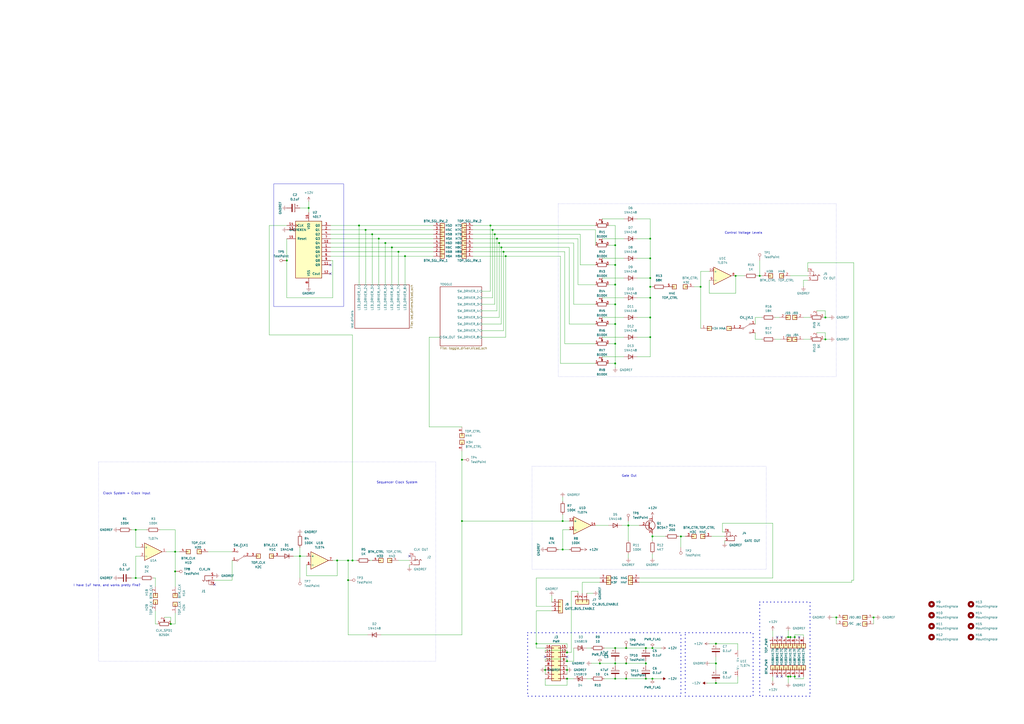
<source format=kicad_sch>
(kicad_sch (version 20231120) (generator "eeschema") (generator_version "8.0")
  (paper "A2")
  (junction (at 457.2 369.57))
  (junction (at 347.98 384.81))
  (junction (at 458.47 369.57))
  (junction (at 267.97 302.26))
  (junction (at 223.52 140.97))
  (junction (at 356.87 153.67))
  (junction (at 78.74 335.28))
  (junction (at 364.49 304.8))
  (junction (at 458.47 392.43))
  (junction (at 356.87 393.7))
  (junction (at 328.93 388.62))
  (junction (at 201.93 336.55))
  (junction (at 485.14 358.14))
  (junction (at 287.02 135.89))
  (junction (at 356.87 199.39))
  (junction (at 461.01 392.43))
  (junction (at 227.33 143.51))
  (junction (at 356.87 142.24))
  (junction (at 219.71 138.43))
  (junction (at 173.99 322.58))
  (junction (at 290.83 143.51))
  (junction (at 288.29 138.43))
  (junction (at 440.69 160.02))
  (junction (at 374.65 375.92))
  (junction (at 378.46 311.15))
  (junction (at 328.93 393.7))
  (junction (at 284.48 130.81))
  (junction (at 101.6 320.04))
  (junction (at 377.19 138.43))
  (junction (at 99.06 361.95))
  (junction (at 101.6 331.47))
  (junction (at 374.65 384.81))
  (junction (at 328.93 378.46))
  (junction (at 394.97 311.15))
  (junction (at 374.65 393.7))
  (junction (at 461.01 369.57))
  (junction (at 316.23 388.62))
  (junction (at 234.95 148.59))
  (junction (at 406.4 166.37))
  (junction (at 356.87 384.81))
  (junction (at 378.46 375.92))
  (junction (at 356.87 210.82))
  (junction (at 179.07 120.65))
  (junction (at 208.28 130.81))
  (junction (at 356.87 176.53))
  (junction (at 356.87 165.1))
  (junction (at 378.46 393.7))
  (junction (at 426.72 160.02))
  (junction (at 478.79 184.15))
  (junction (at 195.58 325.12))
  (junction (at 363.22 375.92))
  (junction (at 285.75 133.35))
  (junction (at 363.22 384.81))
  (junction (at 377.19 195.58))
  (junction (at 377.19 166.37))
  (junction (at 478.79 196.85))
  (junction (at 377.19 184.15))
  (junction (at 78.74 307.34))
  (junction (at 377.19 172.72))
  (junction (at 293.37 148.59))
  (junction (at 356.87 187.96))
  (junction (at 415.29 396.24))
  (junction (at 363.22 393.7))
  (junction (at 377.19 149.86))
  (junction (at 457.2 392.43))
  (junction (at 292.1 146.05))
  (junction (at 311.15 373.38))
  (junction (at 267.97 266.7))
  (junction (at 506.73 358.14))
  (junction (at 415.29 373.38))
  (junction (at 204.47 325.12))
  (junction (at 415.29 384.81))
  (junction (at 166.37 151.13))
  (junction (at 201.93 325.12))
  (junction (at 212.09 133.35))
  (junction (at 326.39 318.77))
  (junction (at 289.56 140.97))
  (junction (at 215.9 135.89))
  (junction (at 377.19 161.29))
  (junction (at 356.87 375.92))
  (junction (at 328.93 383.54))
  (junction (at 326.39 302.26))
  (junction (at 231.14 146.05))
  (no_connect (at 453.39 392.43))
  (no_connect (at 237.49 322.58))
  (no_connect (at 450.85 392.43))
  (no_connect (at 450.85 369.57))
  (no_connect (at 453.39 369.57))
  (no_connect (at 463.55 392.43))
  (no_connect (at 124.46 339.09))
  (no_connect (at 328.93 381))
  (no_connect (at 316.23 381))
  (no_connect (at 463.55 369.57))
  (no_connect (at 191.77 158.75))
  (no_connect (at 191.77 153.67))
  (wire (pts (xy 95.25 358.14) (xy 99.06 358.14)))
  (wire (pts (xy 377.19 166.37) (xy 378.46 166.37)))
  (wire (pts (xy 466.09 196.85) (xy 469.9 196.85)))
  (wire (pts (xy 231.14 325.12) (xy 237.49 325.12)))
  (wire (pts (xy 101.6 320.04) (xy 104.14 320.04)))
  (wire (pts (xy 166.37 172.72) (xy 166.37 151.13)))
  (wire (pts (xy 191.77 133.35) (xy 212.09 133.35)))
  (wire (pts (xy 478.79 180.34) (xy 478.79 184.15)))
  (wire (pts (xy 316.23 386.08) (xy 316.23 388.62)))
  (wire (pts (xy 364.49 304.8) (xy 370.84 304.8)))
  (wire (pts (xy 345.44 210.82) (xy 325.12 210.82)))
  (wire (pts (xy 356.87 384.81) (xy 356.87 386.08)))
  (wire (pts (xy 349.25 207.01) (xy 361.95 207.01)))
  (wire (pts (xy 461.01 368.3) (xy 461.01 369.57)))
  (wire (pts (xy 374.65 383.54) (xy 374.65 384.81)))
  (wire (pts (xy 466.09 166.37) (xy 466.09 162.56)))
  (wire (pts (xy 457.2 396.24) (xy 457.2 392.43)))
  (wire (pts (xy 411.48 162.56) (xy 411.48 170.18)))
  (wire (pts (xy 353.06 165.1) (xy 356.87 165.1)))
  (wire (pts (xy 411.48 373.38) (xy 415.29 373.38)))
  (wire (pts (xy 328.93 373.38) (xy 328.93 375.92)))
  (wire (pts (xy 353.06 130.81) (xy 356.87 130.81)))
  (wire (pts (xy 279.4 187.96) (xy 290.83 187.96)))
  (wire (pts (xy 213.36 368.3) (xy 201.93 368.3)))
  (wire (pts (xy 215.9 135.89) (xy 215.9 165.1)))
  (wire (pts (xy 177.8 334.01) (xy 195.58 334.01)))
  (wire (pts (xy 251.46 133.35) (xy 212.09 133.35)))
  (wire (pts (xy 201.93 336.55) (xy 201.93 368.3)))
  (wire (pts (xy 412.75 311.15) (xy 420.37 311.15)))
  (wire (pts (xy 353.06 153.67) (xy 356.87 153.67)))
  (wire (pts (xy 191.77 143.51) (xy 227.33 143.51)))
  (wire (pts (xy 378.46 323.85) (xy 378.46 321.31)))
  (wire (pts (xy 195.58 334.01) (xy 195.58 325.12)))
  (wire (pts (xy 76.2 335.28) (xy 78.74 335.28)))
  (wire (pts (xy 177.8 327.66) (xy 177.8 334.01)))
  (wire (pts (xy 201.93 336.55) (xy 201.93 325.12)))
  (wire (pts (xy 279.4 176.53) (xy 287.02 176.53)))
  (wire (pts (xy 223.52 140.97) (xy 223.52 165.1)))
  (wire (pts (xy 328.93 386.08) (xy 328.93 388.62)))
  (wire (pts (xy 477.52 184.15) (xy 478.79 184.15)))
  (wire (pts (xy 356.87 393.7) (xy 363.22 393.7)))
  (wire (pts (xy 415.29 384.81) (xy 415.29 388.62)))
  (wire (pts (xy 288.29 180.34) (xy 288.29 138.43)))
  (wire (pts (xy 223.52 140.97) (xy 251.46 140.97)))
  (wire (pts (xy 336.55 135.89) (xy 336.55 153.67)))
  (wire (pts (xy 78.74 307.34) (xy 85.09 307.34)))
  (wire (pts (xy 293.37 148.59) (xy 274.32 148.59)))
  (wire (pts (xy 292.1 146.05) (xy 327.66 146.05)))
  (wire (pts (xy 78.74 335.28) (xy 81.28 335.28)))
  (wire (pts (xy 438.15 184.15) (xy 438.15 187.96)))
  (wire (pts (xy 193.04 151.13) (xy 193.04 172.72)))
  (wire (pts (xy 374.65 384.81) (xy 374.65 386.08)))
  (wire (pts (xy 179.07 120.65) (xy 179.07 123.19)))
  (wire (pts (xy 99.06 361.95) (xy 99.06 358.14)))
  (wire (pts (xy 377.19 184.15) (xy 377.19 195.58)))
  (wire (pts (xy 393.7 311.15) (xy 394.97 311.15)))
  (wire (pts (xy 374.65 375.92) (xy 378.46 375.92)))
  (wire (pts (xy 457.2 369.57) (xy 455.93 369.57)))
  (wire (pts (xy 279.4 172.72) (xy 285.75 172.72)))
  (wire (pts (xy 353.06 176.53) (xy 356.87 176.53)))
  (wire (pts (xy 427.99 373.38) (xy 427.99 377.19)))
  (wire (pts (xy 449.58 184.15) (xy 452.12 184.15)))
  (wire (pts (xy 410.21 396.24) (xy 415.29 396.24)))
  (wire (pts (xy 378.46 311.15) (xy 378.46 313.69)))
  (wire (pts (xy 231.14 146.05) (xy 251.46 146.05)))
  (wire (pts (xy 473.71 193.04) (xy 478.79 193.04)))
  (wire (pts (xy 195.58 325.12) (xy 201.93 325.12)))
  (wire (pts (xy 364.49 313.69) (xy 364.49 304.8)))
  (wire (pts (xy 287.02 176.53) (xy 287.02 135.89)))
  (wire (pts (xy 411.48 170.18) (xy 426.72 170.18)))
  (wire (pts (xy 267.97 266.7) (xy 267.97 302.26)))
  (wire (pts (xy 231.14 146.05) (xy 231.14 165.1)))
  (wire (pts (xy 325.12 148.59) (xy 325.12 210.82)))
  (wire (pts (xy 92.71 307.34) (xy 101.6 307.34)))
  (wire (pts (xy 179.07 116.84) (xy 179.07 120.65)))
  (wire (pts (xy 325.12 148.59) (xy 293.37 148.59)))
  (wire (pts (xy 316.23 382.27) (xy 328.93 382.27)))
  (wire (pts (xy 219.71 138.43) (xy 251.46 138.43)))
  (wire (pts (xy 369.57 161.29) (xy 377.19 161.29)))
  (wire (pts (xy 292.1 191.77) (xy 292.1 146.05)))
  (wire (pts (xy 326.39 307.34) (xy 326.39 318.77)))
  (wire (pts (xy 344.17 344.17) (xy 340.36 344.17)))
  (wire (pts (xy 193.04 325.12) (xy 195.58 325.12)))
  (wire (pts (xy 356.87 383.54) (xy 356.87 384.81)))
  (wire (pts (xy 234.95 148.59) (xy 251.46 148.59)))
  (wire (pts (xy 328.93 378.46) (xy 328.93 377.19)))
  (wire (pts (xy 441.96 196.85) (xy 438.15 196.85)))
  (wire (pts (xy 406.4 166.37) (xy 406.4 190.5)))
  (wire (pts (xy 166.37 151.13) (xy 166.37 138.43)))
  (wire (pts (xy 349.25 172.72) (xy 361.95 172.72)))
  (wire (pts (xy 274.32 146.05) (xy 292.1 146.05)))
  (wire (pts (xy 458.47 369.57) (xy 457.2 369.57)))
  (wire (pts (xy 279.4 180.34) (xy 288.29 180.34)))
  (wire (pts (xy 267.97 261.62) (xy 267.97 266.7)))
  (wire (pts (xy 356.87 199.39) (xy 356.87 210.82)))
  (wire (pts (xy 237.49 328.93) (xy 237.49 327.66)))
  (wire (pts (xy 466.09 368.3) (xy 461.01 368.3)))
  (wire (pts (xy 290.83 187.96) (xy 290.83 143.51)))
  (wire (pts (xy 330.2 307.34) (xy 326.39 307.34)))
  (wire (pts (xy 219.71 138.43) (xy 219.71 165.1)))
  (wire (pts (xy 173.99 120.65) (xy 179.07 120.65)))
  (wire (pts (xy 90.17 335.28) (xy 88.9 335.28)))
  (wire (pts (xy 101.6 307.34) (xy 101.6 320.04)))
  (wire (pts (xy 234.95 148.59) (xy 234.95 165.1)))
  (wire (pts (xy 369.57 184.15) (xy 377.19 184.15)))
  (wire (pts (xy 204.47 325.12) (xy 207.01 325.12)))
  (wire (pts (xy 274.32 135.89) (xy 287.02 135.89)))
  (wire (pts (xy 328.93 378.46) (xy 331.47 378.46)))
  (wire (pts (xy 377.19 172.72) (xy 377.19 184.15)))
  (wire (pts (xy 248.92 195.58) (xy 248.92 247.65)))
  (wire (pts (xy 337.82 337.82) (xy 347.98 337.82)))
  (wire (pts (xy 274.32 138.43) (xy 288.29 138.43)))
  (wire (pts (xy 448.31 369.57) (xy 448.31 365.76)))
  (wire (pts (xy 466.09 392.43) (xy 466.09 393.7)))
  (wire (pts (xy 458.47 160.02) (xy 468.63 160.02)))
  (wire (pts (xy 290.83 143.51) (xy 330.2 143.51)))
  (wire (pts (xy 406.4 157.48) (xy 406.4 166.37)))
  (wire (pts (xy 369.57 138.43) (xy 377.19 138.43)))
  (wire (pts (xy 440.69 160.02) (xy 441.96 160.02)))
  (wire (pts (xy 288.29 138.43) (xy 335.28 138.43)))
  (wire (pts (xy 369.57 127) (xy 377.19 127)))
  (wire (pts (xy 335.28 165.1) (xy 345.44 165.1)))
  (wire (pts (xy 345.44 142.24) (xy 345.44 133.35)))
  (wire (pts (xy 332.74 176.53) (xy 345.44 176.53)))
  (wire (pts (xy 377.19 207.01) (xy 369.57 207.01)))
  (wire (pts (xy 191.77 135.89) (xy 215.9 135.89)))
  (wire (pts (xy 267.97 302.26) (xy 267.97 368.3)))
  (wire (pts (xy 289.56 140.97) (xy 332.74 140.97)))
  (wire (pts (xy 274.32 133.35) (xy 285.75 133.35)))
  (wire (pts (xy 316.23 393.7) (xy 316.23 397.51)))
  (wire (pts (xy 494.03 337.82) (xy 494.03 336.55)))
  (wire (pts (xy 204.47 325.12) (xy 201.93 325.12)))
  (wire (pts (xy 466.09 369.57) (xy 466.09 368.3)))
  (wire (pts (xy 364.49 302.26) (xy 364.49 304.8)))
  (wire (pts (xy 337.82 344.17) (xy 337.82 337.82)))
  (wire (pts (xy 363.22 393.7) (xy 374.65 393.7)))
  (wire (pts (xy 328.93 393.7) (xy 332.74 393.7)))
  (wire (pts (xy 478.79 193.04) (xy 478.79 196.85)))
  (wire (pts (xy 485.14 358.14) (xy 485.14 361.95)))
  (wire (pts (xy 377.19 138.43) (xy 377.19 149.86)))
  (wire (pts (xy 350.52 393.7) (xy 356.87 393.7)))
  (wire (pts (xy 173.99 335.28) (xy 173.99 322.58)))
  (wire (pts (xy 419.1 308.61) (xy 420.37 308.61)))
  (wire (pts (xy 461.01 393.7) (xy 461.01 392.43)))
  (wire (pts (xy 208.28 130.81) (xy 251.46 130.81)))
  (wire (pts (xy 212.09 133.35) (xy 212.09 165.1)))
  (wire (pts (xy 440.69 151.13) (xy 440.69 160.02)))
  (wire (pts (xy 349.25 149.86) (xy 361.95 149.86)))
  (wire (pts (xy 316.23 388.62) (xy 316.23 391.16)))
  (wire (pts (xy 101.6 361.95) (xy 99.06 361.95)))
  (wire (pts (xy 458.47 392.43) (xy 457.2 392.43)))
  (wire (pts (xy 248.92 247.65) (xy 267.97 247.65)))
  (wire (pts (xy 349.25 138.43) (xy 361.95 138.43)))
  (wire (pts (xy 311.15 375.92) (xy 316.23 375.92)))
  (wire (pts (xy 267.97 302.26) (xy 326.39 302.26)))
  (wire (pts (xy 356.87 375.92) (xy 363.22 375.92)))
  (wire (pts (xy 311.15 373.38) (xy 328.93 373.38)))
  (wire (pts (xy 279.4 168.91) (xy 284.48 168.91)))
  (wire (pts (xy 316.23 377.19) (xy 316.23 378.46)))
  (wire (pts (xy 331.47 378.46) (xy 331.47 342.9)))
  (wire (pts (xy 311.15 354.33) (xy 320.04 354.33)))
  (wire (pts (xy 356.87 142.24) (xy 356.87 153.67)))
  (wire (pts (xy 353.06 187.96) (xy 356.87 187.96)))
  (wire (pts (xy 326.39 298.45) (xy 326.39 302.26)))
  (wire (pts (xy 279.4 195.58) (xy 293.37 195.58)))
  (wire (pts (xy 328.93 377.19) (xy 316.23 377.19)))
  (wire (pts (xy 274.32 140.97) (xy 289.56 140.97)))
  (wire (pts (xy 369.57 149.86) (xy 377.19 149.86)))
  (wire (pts (xy 363.22 384.81) (xy 374.65 384.81)))
  (wire (pts (xy 328.93 388.62) (xy 328.93 391.16)))
  (wire (pts (xy 478.79 196.85) (xy 481.33 196.85)))
  (wire (pts (xy 320.04 345.44) (xy 320.04 349.25)))
  (wire (pts (xy 96.52 320.04) (xy 101.6 320.04)))
  (wire (pts (xy 330.2 187.96) (xy 345.44 187.96)))
  (wire (pts (xy 220.98 368.3) (xy 267.97 368.3)))
  (wire (pts (xy 353.06 142.24) (xy 356.87 142.24)))
  (wire (pts (xy 311.15 351.79) (xy 311.15 335.28)))
  (wire (pts (xy 311.15 375.92) (xy 311.15 373.38)))
  (wire (pts (xy 76.2 307.34) (xy 78.74 307.34)))
  (wire (pts (xy 323.85 318.77) (xy 326.39 318.77)))
  (wire (pts (xy 120.65 320.04) (xy 134.62 320.04)))
  (wire (pts (xy 170.18 322.58) (xy 173.99 322.58)))
  (wire (pts (xy 166.37 130.81) (xy 156.21 130.81)))
  (wire (pts (xy 356.87 153.67) (xy 356.87 165.1)))
  (wire (pts (xy 81.28 317.5) (xy 78.74 317.5)))
  (wire (pts (xy 332.74 375.92) (xy 332.74 383.54)))
  (wire (pts (xy 193.04 172.72) (xy 166.37 172.72)))
  (wire (pts (xy 495.3 152.4) (xy 468.63 152.4)))
  (wire (pts (xy 349.25 161.29) (xy 361.95 161.29)))
  (wire (pts (xy 448.31 392.43) (xy 448.31 394.97)))
  (wire (pts (xy 349.25 127) (xy 361.95 127)))
  (wire (pts (xy 441.96 184.15) (xy 438.15 184.15)))
  (wire (pts (xy 495.3 336.55) (xy 495.3 152.4)))
  (wire (pts (xy 345.44 153.67) (xy 336.55 153.67)))
  (wire (pts (xy 374.65 393.7) (xy 378.46 393.7)))
  (wire (pts (xy 215.9 325.12) (xy 214.63 325.12)))
  (wire (pts (xy 284.48 130.81) (xy 284.48 168.91)))
  (wire (pts (xy 448.31 335.28) (xy 448.31 303.53)))
  (wire (pts (xy 370.84 335.28) (xy 448.31 335.28)))
  (wire (pts (xy 345.44 304.8) (xy 353.06 304.8)))
  (wire (pts (xy 287.02 135.89) (xy 336.55 135.89)))
  (wire (pts (xy 420.37 313.69) (xy 420.37 314.96)))
  (wire (pts (xy 326.39 318.77) (xy 330.2 318.77)))
  (wire (pts (xy 364.49 323.85) (xy 364.49 321.31)))
  (wire (pts (xy 328.93 393.7) (xy 328.93 397.51)))
  (wire (pts (xy 468.63 152.4) (xy 468.63 157.48)))
  (wire (pts (xy 356.87 176.53) (xy 356.87 187.96)))
  (wire (pts (xy 191.77 130.81) (xy 208.28 130.81)))
  (wire (pts (xy 458.47 392.43) (xy 461.01 392.43)))
  (wire (pts (xy 326.39 302.26) (xy 330.2 302.26)))
  (wire (pts (xy 394.97 311.15) (xy 397.51 311.15)))
  (wire (pts (xy 494.03 337.82) (xy 370.84 337.82)))
  (wire (pts (xy 101.6 355.6) (xy 101.6 361.95)))
  (wire (pts (xy 274.32 143.51) (xy 290.83 143.51)))
  (wire (pts (xy 415.29 381) (xy 415.29 384.81)))
  (wire (pts (xy 90.17 361.95) (xy 91.44 361.95)))
  (wire (pts (xy 378.46 311.15) (xy 386.08 311.15)))
  (wire (pts (xy 330.2 143.51) (xy 330.2 187.96)))
  (wire (pts (xy 506.73 358.14) (xy 506.73 361.95)))
  (wire (pts (xy 350.52 375.92) (xy 356.87 375.92)))
  (wire (pts (xy 284.48 130.81) (xy 345.44 130.81)))
  (wire (pts (xy 415.29 396.24) (xy 427.99 396.24)))
  (wire (pts (xy 377.19 149.86) (xy 377.19 161.29)))
  (wire (pts (xy 415.29 373.38) (xy 427.99 373.38)))
  (wire (pts (xy 364.49 304.8) (xy 360.68 304.8)))
  (wire (pts (xy 377.19 161.29) (xy 377.19 166.37)))
  (wire (pts (xy 363.22 375.92) (xy 374.65 375.92)))
  (wire (pts (xy 293.37 195.58) (xy 293.37 148.59)))
  (wire (pts (xy 347.98 384.81) (xy 356.87 384.81)))
  (wire (pts (xy 353.06 199.39) (xy 356.87 199.39)))
  (wire (pts (xy 78.74 322.58) (xy 78.74 335.28)))
  (wire (pts (xy 356.87 165.1) (xy 356.87 176.53)))
  (wire (pts (xy 377.19 166.37) (xy 377.19 172.72)))
  (wire (pts (xy 345.44 133.35) (xy 285.75 133.35)))
  (wire (pts (xy 191.77 138.43) (xy 219.71 138.43)))
  (wire (pts (xy 320.04 351.79) (xy 311.15 351.79)))
  (wire (pts (xy 335.28 138.43) (xy 335.28 165.1)))
  (wire (pts (xy 438.15 196.85) (xy 438.15 193.04)))
  (wire (pts (xy 448.31 303.53) (xy 419.1 303.53)))
  (wire (pts (xy 327.66 146.05) (xy 327.66 199.39)))
  (wire (pts (xy 477.52 196.85) (xy 478.79 196.85)))
  (wire (pts (xy 248.92 195.58) (xy 255.27 195.58)))
  (wire (pts (xy 356.87 384.81) (xy 363.22 384.81)))
  (wire (pts (xy 466.09 393.7) (xy 461.01 393.7)))
  (wire (pts (xy 340.36 393.7) (xy 342.9 393.7)))
  (wire (pts (xy 134.62 336.55) (xy 134.62 325.12)))
  (wire (pts (xy 356.87 187.96) (xy 356.87 199.39)))
  (wire (pts (xy 90.17 335.28) (xy 90.17 340.36)))
  (wire (pts (xy 326.39 288.29) (xy 326.39 290.83)))
  (wire (pts (xy 191.77 146.05) (xy 231.14 146.05)))
  (wire (pts (xy 494.03 336.55) (xy 495.3 336.55)))
  (wire (pts (xy 411.48 384.81) (xy 415.29 384.81)))
  (wire (pts (xy 311.15 354.33) (xy 311.15 373.38)))
  (wire (pts (xy 279.4 191.77) (xy 292.1 191.77)))
  (wire (pts (xy 81.28 322.58) (xy 78.74 322.58)))
  (wire (pts (xy 356.87 130.81) (xy 356.87 142.24)))
  (wire (pts (xy 449.58 196.85) (xy 452.755 196.85)))
  (wire (pts (xy 426.72 160.02) (xy 431.8 160.02)))
  (wire (pts (xy 316.23 397.51) (xy 328.93 397.51)))
  (wire (pts (xy 356.87 210.82) (xy 353.06 210.82)))
  (wire (pts (xy 440.69 160.02) (xy 439.42 160.02)))
  (wire (pts (xy 378.46 393.7) (xy 383.54 393.7)))
  (wire (pts (xy 173.99 322.58) (xy 177.8 322.58)))
  (wire (pts (xy 411.48 157.48) (xy 406.4 157.48)))
  (wire (pts (xy 369.57 195.58) (xy 377.19 195.58)))
  (wire (pts (xy 478.79 184.15) (xy 481.33 184.15)))
  (wire (pts (xy 204.47 194.31) (xy 204.47 325.12)))
  (wire (pts (xy 173.99 317.5) (xy 173.99 322.58)))
  (wire (pts (xy 227.33 143.51) (xy 227.33 165.1)))
  (wire (pts (xy 327.66 199.39) (xy 345.44 199.39)))
  (wire (pts (xy 311.15 335.28) (xy 347.98 335.28)))
  (wire (pts (xy 377.19 127) (xy 377.19 138.43)))
  (wire (pts (xy 124.46 336.55) (xy 134.62 336.55)))
  (wire (pts (xy 78.74 307.34) (xy 78.74 317.5)))
  (wire (pts (xy 402.59 166.37) (xy 406.4 166.37)))
  (wire (pts (xy 378.46 309.88) (xy 378.46 311.15)))
  (wire (pts (xy 101.6 320.04) (xy 101.6 331.47)))
  (wire (pts (xy 279.4 184.15) (xy 289.56 184.15)))
  (wire (pts (xy 328.93 383.54) (xy 332.74 383.54)))
  (wire (pts (xy 378.46 375.92) (xy 383.54 375.92)))
  (wire (pts (xy 349.25 195.58) (xy 361.95 195.58)))
  (wire (pts (xy 356.87 210.82) (xy 356.87 213.36)))
  (wire (pts (xy 482.6 358.14) (xy 485.14 358.14)))
  (wire (pts (xy 426.72 170.18) (xy 426.72 160.02)))
  (wire (pts (xy 369.57 172.72) (xy 377.19 172.72)))
  (wire (pts (xy 394.97 317.5) (xy 394.97 311.15)))
  (wire (pts (xy 457.2 369.57) (xy 457.2 365.76)))
  (wire (pts (xy 191.77 148.59) (xy 234.95 148.59)))
  (wire (pts (xy 289.56 184.15) (xy 289.56 140.97)))
  (wire (pts (xy 251.46 135.89) (xy 215.9 135.89)))
  (wire (pts (xy 473.71 180.34) (xy 478.79 180.34)))
  (wire (pts (xy 274.32 130.81) (xy 284.48 130.81)))
  (wire (pts (xy 101.6 331.47) (xy 101.6 340.36)))
  (wire (pts (xy 457.2 392.43) (xy 455.93 392.43)))
  (wire (pts (xy 458.47 369.57) (xy 461.01 369.57)))
  (wire (pts (xy 191.77 151.13) (xy 193.04 151.13)))
  (wire (pts (xy 466.09 162.56) (xy 468.63 162.56)))
  (wire (pts (xy 342.9 384.81) (xy 347.98 384.81)))
  (wire (pts (xy 377.19 195.58) (xy 377.19 207.01)))
  (wire (pts (xy 332.74 140.97) (xy 332.74 176.53)))
  (wire (pts (xy 331.47 342.9) (xy 335.28 342.9)))
  (wire (pts (xy 208.28 130.81) (xy 208.28 165.1)))
  (wire (pts (xy 427.99 396.24) (xy 427.99 392.43)))
  (wire (pts (xy 191.77 140.97) (xy 223.52 140.97)))
  (wire (pts (xy 466.09 184.15) (xy 469.9 184.15)))
  (wire (pts (xy 316.23 383.54) (xy 316.23 382.27)))
  (wire (pts (xy 328.93 382.27) (xy 328.93 383.54)))
  (wire (pts (xy 340.36 375.92) (xy 342.9 375.92)))
  (wire (pts (xy 156.21 194.31) (xy 204.47 194.31)))
  (wire (pts (xy 227.33 143.51) (xy 251.46 143.51)))
  (wire (pts (xy 349.25 184.15) (xy 361.95 184.15)))
  (wire (pts (xy 508 358.14) (xy 506.73 358.14)))
  (wire (pts (xy 285.75 133.35) (xy 285.75 172.72)))
  (wire (pts (xy 335.28 342.9) (xy 335.28 344.17)))
  (wire (pts (xy 90.17 354.33) (xy 90.17 361.95)))
  (wire (pts (xy 156.21 130.81) (xy 156.21 194.31)))
  (wire (pts (xy 419.1 303.53) (xy 419.1 308.61)))
  (rectangle (start 323.85 118.11) (end 485.14 218.44) (stroke (width 0) (type dot)))
  (rectangle (start 306.07 367.03) (end 394.97 403.86) (stroke (width 0.5) (type dot)))
  (rectangle (start 158.75 106.68) (end 199.39 177.8))
  (rectangle (start 308.61 270.51) (end 444.5 330.2) (stroke (width 0) (type dot)))
  (rectangle (start 397.51 367.03) (end 436.88 403.86) (stroke (width 0.5) (type dot)))
  (rectangle (start 440.69 349.25) (end 469.9 403.86) (stroke (width 0.5) (type dot)))
  (rectangle (start 57.15 267.97) (end 252.73 383.54) (stroke (width 0) (type dot)))
  (text "Sequencer Clock System" (at 218.44 280.67 0) (effects (font (size 1.27 1.27)) (justify left bottom)))
  (text "Clock System + Clock Input" (at 59.69 287.02 0) (effects (font (size 1.27 1.27)) (justify left bottom)))
  (text "I have 1uF here, and works pretty fine?" (at 42.545 340.36 0) (effects (font (size 1.27 1.27)) (justify left bottom)))
  (text "Control Voltage Levels" (at 420.37 135.89 0) (effects (font (size 1.27 1.27)) (justify left bottom)))
  (text "Gate Out" (at 360.68 276.86 0) (effects (font (size 1.27 1.27)) (justify left bottom)))
  (symbol (lib_id "Device:C_Polarized") (at 170.18 120.65 270) (unit 1)
    (property "Reference" "C2" (at 171.069 113.03 90))
    (property "Value" "0.1uF" (at 171.069 115.57 90))
    (property "Footprint" "Capacitor_THT:CP_Radial_D4.0mm_P2.00mm" (effects (hide yes)))
    (property "Description" "Polarized capacitor" (effects (hide yes)))
  )
  (symbol (lib_id "synth:D_Signal (1N4148)") (at 365.76 184.15 180) (unit 1)
    (property "Reference" "D11" (at 365.76 177.8 0))
    (property "Value" "1N4148" (at 365.76 180.34 0))
    (property "Footprint" "Synth:D_DO-35_SOD27_P7.62mm_Horizontal" (effects (hide yes)))
    (property "Datasheet" "https://assets.nexperia.com/documents/data-sheet/1N4148_1N4448.pdf" (effects (hide yes)))
    (property "Description" "100V 0.15A standard switching diode, DO-35" (effects (hide yes)))
    (property "Sim.Device" "D" (effects (hide yes)))
    (property "Sim.Pins" "1=K 2=A" (effects (hide yes)))
  )
  (symbol (lib_id "synth:PinSocket_01x04") (at 256.54 140.97 0) (unit 4)
    (property "Reference" "H6" (at 260.35 140.97 0))
    (property "Value" "BTM_SGL_RW_1" (effects (hide yes)))
    (property "Footprint" "Synth:PinSocket_1x04_P2.54mm_Vertical" (effects (hide yes)))
    (property "Description" "Generic connector, single row, 01x01, script generated (kicad-library-utils/schlib/autogen/connector/)" (effects (hide yes)))
  )
  (symbol (lib_id "power:GNDREF") (at 482.6 358.14 270) (unit 1)
    (property "Reference" "#PWR044" (effects (hide yes)))
    (property "Value" "GNDREF" (at 478.79 358.1399 90) (effects (justify right)))
    (property "Description" "Power symbol creates a global label with name \"GNDREF\" , reference supply ground" (effects (hide yes)))
  )
  (symbol (lib_id "power:GNDREF") (at 68.58 307.34 270) (unit 1)
    (property "Reference" "#PWR01" (effects (hide yes)))
    (property "Value" "GNDREF" (at 57.912 307.34 90) (effects (justify left)))
    (property "Description" "Power symbol creates a global label with name \"GNDREF\" , reference supply ground" (effects (hide yes)))
  )
  (symbol (lib_id "power:GNDREF") (at 328.93 388.62 90) (unit 1)
    (property "Reference" "#PWR013" (effects (hide yes)))
    (property "Value" "GNDREF" (at 332.74 388.62 90) (effects (justify right)))
    (property "Description" "Power symbol creates a global label with name \"GNDREF\" , reference supply ground" (effects (hide yes)))
  )
  (symbol (lib_id "Connector:TestPoint") (at 440.69 151.13 0) (unit 1)
    (property "Reference" "TP1" (at 443.23 146.558 0) (effects (justify left)))
    (property "Value" "TestPoint" (at 443.23 149.098 0) (effects (justify left)))
    (property "Footprint" "Connector_Pin:Pin_D1.0mm_L10.0mm" (effects (hide yes)))
    (property "Description" "test point" (effects (hide yes)))
  )
  (symbol (lib_id "power:-12V") (at 383.54 393.7 270) (unit 1)
    (property "Reference" "#PWR021" (effects (hide yes)))
    (property "Value" "-12V" (at 387.35 393.7 90) (effects (justify left)))
    (property "Description" "Power symbol creates a global label with name \"-12V\"" (effects (hide yes)))
  )
  (symbol (lib_id "synth:PinSocket_01x08") (at 453.39 387.35 90) (unit 3)
    (property "Reference" "H18" (at 453.39 386.08 0) (effects (justify left)))
    (property "Value" "BTM_PWR" (effects (hide yes)))
    (property "Footprint" "Synth:PinSocket_1x08_P2.54mm_Vertical" (effects (hide yes)))
    (property "Description" "Generic connector, single row, 01x01, script generated (kicad-library-utils/schlib/autogen/connector/)" (effects (hide yes)))
  )
  (symbol (lib_id "synth:R_Potentiometer (P0915N)") (at 349.25 165.1 90) (unit 1)
    (property "Reference" "RV4" (at 349.25 168.91 90))
    (property "Value" "B100K" (at 349.25 171.45 90))
    (property "Footprint" "Synth:Potentiometer_TT_P0915N" (effects (hide yes)))
    (property "Description" "Potentiometer" (effects (hide yes)))
  )
  (symbol (lib_id "power:+12V") (at 448.31 394.97 180) (unit 1)
    (property "Reference" "#PWR027" (effects (hide yes)))
    (property "Value" "+12V" (at 448.31 400.05 0))
    (property "Description" "Power symbol creates a global label with name \"+12V\"" (effects (hide yes)))
  )
  (symbol (lib_id "synth:AudioJack_Mono_3.5mm") (at 119.38 336.55 0) (unit 1)
    (property "Reference" "J1" (at 118.11 342.9 0))
    (property "Value" "CLK_IN" (at 118.745 330.2 0))
    (property "Footprint" "Synth:Jack_3.5mm_QingPu_WQP-PJ398SM_Vertical_CircularHoles" (effects (hide yes)))
    (property "Description" "Audio Jack, 2 Poles (Mono / TS), Switched T Pole (Normalling)" (effects (hide yes)))
  )
  (symbol (lib_id "synth:PinHeader_01x04") (at 461.01 196.85 180) (unit 1)
    (property "Reference" "J8" (at 463.296 194.31 0) (effects (justify left)))
    (property "Value" "CV_LVL_BTM" (effects (hide yes)))
    (property "Footprint" "Synth:PinHeader_1x04_P2.54mm_Vertical" (effects (hide yes)))
    (property "Description" "Generic connector, single row, 01x01, script generated (kicad-library-utils/schlib/autogen/connector/)" (effects (hide yes)))
  )
  (symbol (lib_id "synth:PinSocket_01x04") (at 101.6 345.44 270) (unit 1)
    (property "Reference" "H1" (at 106.68 344.17 0))
    (property "Value" "BTM_CLK" (at 104.14 342.9 0))
    (property "Footprint" "Synth:PinSocket_1x04_P2.54mm_Vertical" (effects (hide yes)))
    (property "Description" "Generic connector, single row, 01x01, script generated (kicad-library-utils/schlib/autogen/connector/)" (effects (hide yes)))
  )
  (symbol (lib_id "power:GNDREF") (at 457.2 365.76 180) (unit 1)
    (property "Reference" "#PWR028" (effects (hide yes)))
    (property "Value" "GNDREF" (at 459.74 364.49 0) (effects (justify right)))
    (property "Description" "Power symbol creates a global label with name \"GNDREF\" , reference supply ground" (effects (hide yes)))
  )
  (symbol (lib_id "synth:R_Default") (at 378.46 317.5 180) (unit 1)
    (property "Reference" "R12" (at 381 316.2299 0) (effects (justify right)))
    (property "Value" "4K7" (at 381 318.7699 0) (effects (justify right)))
    (property "Footprint" "Synth:R_Default (DIN0207)" (effects (hide yes)))
    (property "Description" "Resistor" (effects (hide yes)))
  )
  (symbol (lib_id "synth:AudioJack_Mono_3.5mm") (at 425.45 311.15 180) (unit 1)
    (property "Reference" "J4" (at 430.53 309.245 0) (effects (justify right)))
    (property "Value" "GATE OUT" (at 431.8 313.69 0) (effects (justify right)))
    (property "Footprint" "Synth:Jack_3.5mm_QingPu_WQP-PJ398SM_Vertical_CircularHoles" (effects (hide yes)))
    (property "Description" "Audio Jack, 2 Poles (Mono / TS), Switched T Pole (Normalling)" (effects (hide yes)))
  )
  (symbol (lib_id "synth:PinSocket_01x08") (at 402.59 311.15 0) (unit 3)
    (property "Reference" "H3" (at 400.05 308.61 0) (effects (justify left)))
    (property "Value" "BTM_CTRL" (at 396.24 306.07 0) (effects (justify left)))
    (property "Footprint" "Synth:PinSocket_1x08_P2.54mm_Vertical" (effects (hide yes)))
    (property "Description" "Generic connector, single row, 01x01, script generated (kicad-library-utils/schlib/autogen/connector/)" (effects (hide yes)))
  )
  (symbol (lib_id "Amplifier_Operational:TL074") (at 419.1 160.02 0) (unit 3)
    (property "Reference" "U1" (at 419.1 149.86 0))
    (property "Value" "TL074" (at 419.1 152.4 0))
    (property "Footprint" "Package_DIP:DIP-14_W7.62mm_Socket_LongPads" (effects (hide yes)))
    (property "Datasheet" "http://www.ti.com/lit/ds/symlink/tl071.pdf" (effects (hide yes)))
    (property "Description" "Quad Low-Noise JFET-Input Operational Amplifiers, DIP-14/SOIC-14" (effects (hide yes)))
  )
  (symbol (lib_id "synth:PinSocket_01x04") (at 256.54 138.43 0) (unit 1)
    (property "Reference" "H5" (at 260.35 138.43 0))
    (property "Value" "BTM_SGL_RW_2" (at 252.73 128.27 0))
    (property "Footprint" "Synth:PinSocket_1x04_P2.54mm_Vertical" (effects (hide yes)))
    (property "Description" "Generic connector, single row, 01x01, script generated (kicad-library-utils/schlib/autogen/connector/)" (effects (hide yes)))
  )
  (symbol (lib_id "synth:PinHeader_01x08") (at 407.67 311.15 180) (unit 3)
    (property "Reference" "H4" (at 407.67 308.61 0))
    (property "Value" "TOP_CTRL" (at 410.21 306.07 0))
    (property "Footprint" "Synth:PinHeader_1x08_P2.54mm_Vertical" (effects (hide yes)))
    (property "Description" "Generic connector, single row, 01x01, script generated (kicad-library-utils/schlib/autogen/connector/)" (effects (hide yes)))
  )
  (symbol (lib_id "synth:D_Signal (1N4148)") (at 356.87 304.8 180) (unit 1)
    (property "Reference" "D5" (at 356.87 298.45 0))
    (property "Value" "1N4148" (at 356.87 300.99 0))
    (property "Footprint" "Synth:D_DO-35_SOD27_P7.62mm_Horizontal" (effects (hide yes)))
    (property "Datasheet" "https://assets.nexperia.com/documents/data-sheet/1N4148_1N4448.pdf" (effects (hide yes)))
    (property "Description" "100V 0.15A standard switching diode, DO-35" (effects (hide yes)))
    (property "Sim.Device" "D" (effects (hide yes)))
    (property "Sim.Pins" "1=K 2=A" (effects (hide yes)))
  )
  (symbol (lib_id "synth:AudioJack_Mono_3.5mm") (at 242.57 325.12 180) (unit 1)
    (property "Reference" "J2" (at 247.65 323.215 0) (effects (justify right)))
    (property "Value" "CLK OUT" (at 240.03 318.77 0) (effects (justify right)))
    (property "Footprint" "Synth:Jack_3.5mm_QingPu_WQP-PJ398SM_Vertical_CircularHoles" (effects (hide yes)))
    (property "Description" "Audio Jack, 2 Poles (Mono / TS), Switched T Pole (Normalling)" (effects (hide yes)))
  )
  (symbol (lib_id "power:GNDREF") (at 420.37 314.96 0) (unit 1)
    (property "Reference" "#PWR025" (effects (hide yes)))
    (property "Value" "GNDREF" (at 422.91 316.23 0) (effects (justify left)))
    (property "Description" "Power symbol creates a global label with name \"GNDREF\" , reference supply ground" (effects (hide yes)))
  )
  (symbol (lib_id "synth:R_Default") (at 85.09 335.28 270) (unit 1)
    (property "Reference" "R2" (at 85.09 328.93 90))
    (property "Value" "2K" (at 85.09 331.47 90))
    (property "Footprint" "Synth:R_Default (DIN0207)" (effects (hide yes)))
    (property "Description" "Resistor" (effects (hide yes)))
  )
  (symbol (lib_id "Amplifier_Operational:TL074") (at 337.82 304.8 0) (unit 4)
    (property "Reference" "U1" (at 337.82 294.64 0))
    (property "Value" "TL074" (at 337.82 297.18 0))
    (property "Footprint" "Package_DIP:DIP-14_W7.62mm_Socket_LongPads" (effects (hide yes)))
    (property "Datasheet" "http://www.ti.com/lit/ds/symlink/tl071.pdf" (effects (hide yes)))
    (property "Description" "Quad Low-Noise JFET-Input Operational Amplifiers, DIP-14/SOIC-14" (effects (hide yes)))
  )
  (symbol (lib_id "synth:PinHeader_01x04") (at 269.24 146.05 180) (unit 2)
    (property "Reference" "H8" (at 267.97 146.05 0) (effects (justify left)))
    (property "Value" "TOP_SGL_RW_1" (effects (hide yes)))
    (property "Footprint" "Synth:PinHeader_1x04_P2.54mm_Vertical" (effects (hide yes)))
    (property "Description" "Generic connector, single row, 01x01, script generated (kicad-library-utils/schlib/autogen/connector/)" (effects (hide yes)))
  )
  (symbol (lib_id "power:+12V") (at 337.82 318.77 270) (unit 1)
    (property "Reference" "#PWR014" (effects (hide yes)))
    (property "Value" "+12V" (at 341.63 318.77 90) (effects (justify left)))
    (property "Description" "Power symbol creates a global label with name \"+12V\"" (effects (hide yes)))
  )
  (symbol (lib_id "synth:D_Signal (1N4148)") (at 217.17 368.3 0) (unit 1)
    (property "Reference" "D2" (at 217.17 361.95 0))
    (property "Value" "1N4148" (at 217.17 364.49 0))
    (property "Footprint" "Synth:D_DO-35_SOD27_P7.62mm_Horizontal" (effects (hide yes)))
    (property "Datasheet" "https://assets.nexperia.com/documents/data-sheet/1N4148_1N4448.pdf" (effects (hide yes)))
    (property "Description" "100V 0.15A standard switching diode, DO-35" (effects (hide yes)))
    (property "Sim.Device" "D" (effects (hide yes)))
    (property "Sim.Pins" "1=K 2=A" (effects (hide yes)))
  )
  (symbol (lib_id "power:GNDREF") (at 173.99 309.88 180) (unit 1)
    (property "Reference" "#PWR06" (effects (hide yes)))
    (property "Value" "GNDREF" (at 176.53 308.61 0) (effects (justify right)))
    (property "Description" "Power symbol creates a global label with name \"GNDREF\" , reference supply ground" (effects (hide yes)))
  )
  (symbol (lib_id "synth:PinSocket_01x08") (at 411.48 190.5 0) (unit 1)
    (property "Reference" "H3" (at 412.75 190.5 0) (effects (justify left)))
    (property "Value" "BTM_CTRL" (effects (hide yes)))
    (property "Footprint" "Synth:PinSocket_1x08_P2.54mm_Vertical" (effects (hide yes)))
    (property "Description" "Generic connector, single row, 01x01, script generated (kicad-library-utils/schlib/autogen/connector/)" (effects (hide yes)))
  )
  (symbol (lib_id "synth:D_Signal (1N4148)") (at 365.76 138.43 180) (unit 1)
    (property "Reference" "D7" (at 365.76 132.08 0))
    (property "Value" "1N4148" (at 365.76 134.62 0))
    (property "Footprint" "Synth:D_DO-35_SOD27_P7.62mm_Horizontal" (effects (hide yes)))
    (property "Datasheet" "https://assets.nexperia.com/documents/data-sheet/1N4148_1N4448.pdf" (effects (hide yes)))
    (property "Description" "100V 0.15A standard switching diode, DO-35" (effects (hide yes)))
    (property "Sim.Device" "D" (effects (hide yes)))
    (property "Sim.Pins" "1=K 2=A" (effects (hide yes)))
  )
  (symbol (lib_id "Connector_Generic:Conn_01x03") (at 325.12 351.79 0) (unit 1)
    (property "Reference" "J6" (at 327.66 350.52 0) (effects (justify left)))
    (property "Value" "GATE_BUS_ENABLE" (at 327.66 353.06 0) (effects (justify left)))
    (property "Footprint" "Connector_PinHeader_2.54mm:PinHeader_1x03_P2.54mm_Vertical" (effects (hide yes)))
    (property "Description" "Generic connector, single row, 01x03, script generated (kicad-library-utils/schlib/autogen/connector/)" (effects (hide yes)))
  )
  (symbol (lib_id "power:GNDREF") (at 326.39 288.29 180) (unit 1)
    (property "Reference" "#PWR012" (effects (hide yes)))
    (property "Value" "GNDREF" (at 328.93 287.02 0) (effects (justify right)))
    (property "Description" "Power symbol creates a global label with name \"GNDREF\" , reference supply ground" (effects (hide yes)))
  )
  (symbol (lib_id "synth:R_Default") (at 210.82 325.12 270) (unit 1)
    (property "Reference" "R5" (at 210.82 318.77 90))
    (property "Value" "1K" (at 210.82 321.31 90))
    (property "Footprint" "Synth:R_Default (DIN0207)" (effects (hide yes)))
    (property "Description" "Resistor" (effects (hide yes)))
  )
  (symbol (lib_id "synth:PinHeader_01x08") (at 453.39 160.02 180) (unit 2)
    (property "Reference" "H4" (at 453.39 157.48 0))
    (property "Value" "TOP_CTRL" (at 455.93 162.56 0))
    (property "Footprint" "Synth:PinHeader_1x08_P2.54mm_Vertical" (effects (hide yes)))
    (property "Description" "Generic connector, single row, 01x01, script generated (kicad-library-utils/schlib/autogen/connector/)" (effects (hide yes)))
  )
  (symbol (lib_id "Mechanical:MountingHole") (at 563.245 369.57 0) (unit 1)
    (property "Reference" "H16" (at 565.785 368.3 0) (effects (justify left)))
    (property "Value" "MountingHole" (at 565.785 370.84 0) (effects (justify left)))
    (property "Footprint" "MountingHole:MountingHole_3.2mm_M3" (effects (hide yes)))
    (property "Description" "Mounting Hole without connection" (effects (hide yes)))
  )
  (symbol (lib_id "power:+12V") (at 411.48 373.38 90) (unit 1)
    (property "Reference" "#PWR023" (effects (hide yes)))
    (property "Value" "+12V" (at 407.67 373.38 90) (effects (justify left)))
    (property "Description" "Power symbol creates a global label with name \"+12V\"" (effects (hide yes)))
  )
  (symbol (lib_id "synth:PinSocket_01x04") (at 490.22 361.95 0) (unit 3)
    (property "Reference" "J9" (at 493.522 361.696 0))
    (property "Value" "CV_LVL_TOP" (effects (hide yes)))
    (property "Footprint" "Synth:PinSocket_1x04_P2.54mm_Vertical" (effects (hide yes)))
    (property "Description" "Generic connector, single row, 01x01, script generated (kicad-library-utils/schlib/autogen/connector/)" (effects (hide yes)))
  )
  (symbol (lib_id "synth:D_Signal (1N4148)") (at 365.76 149.86 180) (unit 1)
    (property "Reference" "D8" (at 365.76 143.51 0))
    (property "Value" "1N4148" (at 365.76 146.05 0))
    (property "Footprint" "Synth:D_DO-35_SOD27_P7.62mm_Horizontal" (effects (hide yes)))
    (property "Datasheet" "https://assets.nexperia.com/documents/data-sheet/1N4148_1N4448.pdf" (effects (hide yes)))
    (property "Description" "100V 0.15A standard switching diode, DO-35" (effects (hide yes)))
    (property "Sim.Device" "D" (effects (hide yes)))
    (property "Sim.Pins" "1=K 2=A" (effects (hide yes)))
  )
  (symbol (lib_id "synth:D_Signal (1N4148)") (at 365.76 207.01 180) (unit 1)
    (property "Reference" "D13" (at 365.76 200.66 0))
    (property "Value" "1N4148" (at 365.76 203.2 0))
    (property "Footprint" "Synth:D_DO-35_SOD27_P7.62mm_Horizontal" (effects (hide yes)))
    (property "Datasheet" "https://assets.nexperia.com/documents/data-sheet/1N4148_1N4448.pdf" (effects (hide yes)))
    (property "Description" "100V 0.15A standard switching diode, DO-35" (effects (hide yes)))
    (property "Sim.Device" "D" (effects (hide yes)))
    (property "Sim.Pins" "1=K 2=A" (effects (hide yes)))
  )
  (symbol (lib_id "synth:D_Signal (1N4148)") (at 365.76 127 180) (unit 1)
    (property "Reference" "D6" (at 365.76 120.65 0))
    (property "Value" "1N4148" (at 365.76 123.19 0))
    (property "Footprint" "Synth:D_DO-35_SOD27_P7.62mm_Horizontal" (effects (hide yes)))
    (property "Datasheet" "https://assets.nexperia.com/documents/data-sheet/1N4148_1N4448.pdf" (effects (hide yes)))
    (property "Description" "100V 0.15A standard switching diode, DO-35" (effects (hide yes)))
    (property "Sim.Device" "D" (effects (hide yes)))
    (property "Sim.Pins" "1=K 2=A" (effects (hide yes)))
  )
  (symbol (lib_id "synth:PinHeader_01x08") (at 391.16 166.37 0) (unit 5)
    (property "Reference" "H4" (at 389.89 170.18 0))
    (property "Value" "TOP_CTRL" (at 388.62 172.72 0))
    (property "Footprint" "Synth:PinHeader_1x08_P2.54mm_Vertical" (effects (hide yes)))
    (property "Description" "Generic connector, single row, 01x01, script generated (kicad-library-utils/schlib/autogen/connector/)" (effects (hide yes)))
  )
  (symbol (lib_id "synth:PinHeader_01x04") (at 501.65 361.95 180) (unit 3)
    (property "Reference" "J8" (at 499.872 362.204 0) (effects (justify left)))
    (property "Value" "CV_LVL_BTM" (effects (hide yes)))
    (property "Footprint" "Synth:PinHeader_1x04_P2.54mm_Vertical" (effects (hide yes)))
    (property "Description" "Generic connector, single row, 01x01, script generated (kicad-library-utils/schlib/autogen/connector/)" (effects (hide yes)))
  )
  (symbol (lib_id "synth:D_Schottky (1N5819)") (at 336.55 393.7 0) (unit 1)
    (property "Reference" "D4" (at 336.55 397.51 0))
    (property "Value" "1N5819" (at 336.55 391.16 0))
    (property "Footprint" "Synth:D_DO-41_SOD81_P10.16mm_Horizontal" (effects (hide yes)))
    (property "Datasheet" "http://www.vishay.com/docs/88525/1n5817.pdf" (effects (hide yes)))
    (property "Description" "40V 1A Schottky Barrier Rectifier Diode, DO-41" (effects (hide yes)))
  )
  (symbol (lib_id "synth:PinHeader_01x04") (at 269.24 135.89 180) (unit 2)
    (property "Reference" "H7" (at 267.97 135.89 0) (effects (justify left)))
    (property "Value" "TOP_SGL_RW_2" (effects (hide yes)))
    (property "Footprint" "Synth:PinHeader_1x04_P2.54mm_Vertical" (effects (hide yes)))
    (property "Description" "Generic connector, single row, 01x01, script generated (kicad-library-utils/schlib/autogen/connector/)" (effects (hide yes)))
  )
  (symbol (lib_id "Device:C_Polarized") (at 415.29 392.43 0) (unit 1)
    (property "Reference" "C8" (at 419.1 390.271 0) (effects (justify left)))
    (property "Value" "0.1uF" (at 419.1 392.811 0) (effects (justify left)))
    (property "Footprint" "Capacitor_THT:CP_Radial_D4.0mm_P2.00mm" (effects (hide yes)))
    (property "Description" "Polarized capacitor" (effects (hide yes)))
  )
  (symbol (lib_id "power:GNDREF") (at 344.17 344.17 90) (unit 1)
    (property "Reference" "#PWR043" (effects (hide yes)))
    (property "Value" "GNDREF" (at 347.98 344.17 0))
    (property "Description" "Power symbol creates a global label with name \"GNDREF\" , reference supply ground" (effects (hide yes)))
  )
  (symbol (lib_id "synth:R_Potentiometer (P0915N)") (at 349.25 187.96 90) (unit 1)
    (property "Reference" "RV6" (at 349.25 191.77 90))
    (property "Value" "B100K" (at 349.25 194.31 90))
    (property "Footprint" "Synth:Potentiometer_TT_P0915N" (effects (hide yes)))
    (property "Description" "Potentiometer" (effects (hide yes)))
  )
  (symbol (lib_id "synth:R_Default") (at 326.39 294.64 0) (unit 1)
    (property "Reference" "R7" (at 328.93 293.3699 0) (effects (justify left)))
    (property "Value" "100K" (at 328.93 295.9099 0) (effects (justify left)))
    (property "Footprint" "Synth:R_Default (DIN0207)" (effects (hide yes)))
    (property "Description" "Resistor" (effects (hide yes)))
  )
  (symbol (lib_id "synth:PinHeader_01x08") (at 422.91 190.5 180) (unit 1)
    (property "Reference" "H4" (at 419.1 190.5 0))
    (property "Value" "TOP_CTRL" (effects (hide yes)))
    (property "Footprint" "Synth:PinHeader_1x08_P2.54mm_Vertical" (effects (hide yes)))
    (property "Description" "Generic connector, single row, 01x01, script generated (kicad-library-utils/schlib/autogen/connector/)" (effects (hide yes)))
  )
  (symbol (lib_id "synth:PinSocket_01x08") (at 466.09 387.35 90) (unit 8)
    (property "Reference" "H18" (at 466.09 386.08 0) (effects (justify left)))
    (property "Value" "BTM_PWR" (effects (hide yes)))
    (property "Footprint" "Synth:PinSocket_1x08_P2.54mm_Vertical" (effects (hide yes)))
    (property "Description" "Generic connector, single row, 01x01, script generated (kicad-library-utils/schlib/autogen/connector/)" (effects (hide yes)))
  )
  (symbol (lib_id "synth:R_Potentiometer (P0915N)") (at 349.25 210.82 90) (unit 1)
    (property "Reference" "RV8" (at 349.25 214.63 90))
    (property "Value" "B100K" (at 349.25 217.17 90))
    (property "Footprint" "Synth:Potentiometer_TT_P0915N" (effects (hide yes)))
    (property "Description" "Potentiometer" (effects (hide yes)))
  )
  (symbol (lib_id "synth:R_Default") (at 389.89 311.15 270) (unit 1)
    (property "Reference" "R14" (at 389.89 304.8 90))
    (property "Value" "200" (at 389.89 307.34 90))
    (property "Footprint" "Synth:R_Default (DIN0207)" (effects (hide yes)))
    (property "Description" "Resistor" (effects (hide yes)))
  )
  (symbol (lib_id "power:GNDREF") (at 356.87 213.36 0) (unit 1)
    (property "Reference" "#PWR016" (effects (hide yes)))
    (property "Value" "GNDREF" (at 359.41 214.63 0) (effects (justify left)))
    (property "Description" "Power symbol creates a global label with name \"GNDREF\" , reference supply ground" (effects (hide yes)))
  )
  (symbol (lib_id "power:GNDREF") (at 508 358.14 90) (unit 1)
    (property "Reference" "#PWR045" (effects (hide yes)))
    (property "Value" "GNDREF" (at 511.81 358.1399 90) (effects (justify right)))
    (property "Description" "Power symbol creates a global label with name \"GNDREF\" , reference supply ground" (effects (hide yes)))
  )
  (symbol (lib_id "synth:PinHeader_01x04") (at 269.24 143.51 180) (unit 3)
    (property "Reference" "H8" (at 267.97 143.51 0) (effects (justify left)))
    (property "Value" "TOP_SGL_RW_1" (effects (hide yes)))
    (property "Footprint" "Synth:PinHeader_1x04_P2.54mm_Vertical" (effects (hide yes)))
    (property "Description" "Generic connector, single row, 01x01, script generated (kicad-library-utils/schlib/autogen/connector/)" (effects (hide yes)))
  )
  (symbol (lib_id "synth:D_Signal (1N4148)") (at 365.76 172.72 180) (unit 1)
    (property "Reference" "D10" (at 365.76 167.64 0))
    (property "Value" "1N4148" (at 365.76 170.18 0))
    (property "Footprint" "Synth:D_DO-35_SOD27_P7.62mm_Horizontal" (effects (hide yes)))
    (property "Datasheet" "https://assets.nexperia.com/documents/data-sheet/1N4148_1N4448.pdf" (effects (hide yes)))
    (property "Description" "100V 0.15A standard switching diode, DO-35" (effects (hide yes)))
    (property "Sim.Device" "D" (effects (hide yes)))
    (property "Sim.Pins" "1=K 2=A" (effects (hide yes)))
  )
  (symbol (lib_id "4xxx:4017") (at 179.07 143.51 0) (unit 1)
    (property "Reference" "U2" (at 181.2641 123.19 0) (effects (justify left)))
    (property "Value" "4017" (at 181.2641 125.73 0) (effects (justify left)))
    (property "Footprint" "Package_DIP:DIP-16_W7.62mm_Socket_LongPads" (effects (hide yes)))
    (property "Datasheet" "http://www.intersil.com/content/dam/Intersil/documents/cd40/cd4017bms-22bms.pdf" (effects (hide yes)))
    (property "Description" "Johnson Counter ( 10 outputs )" (effects (hide yes)))
  )
  (symbol (lib_id "synth:PinSocket_01x08") (at 458.47 387.35 90) (unit 5)
    (property "Reference" "H18" (at 458.47 386.08 0) (effects (justify left)))
    (property "Value" "BTM_PWR" (effects (hide yes)))
    (property "Footprint" "Synth:PinSocket_1x08_P2.54mm_Vertical" (effects (hide yes)))
    (property "Description" "Generic connector, single row, 01x01, script generated (kicad-library-utils/schlib/autogen/connector/)" (effects (hide yes)))
  )
  (symbol (lib_id "synth:PinHeader_01x04") (at 101.6 350.52 90) (unit 1)
    (property "Reference" "H2" (at 106.68 354.33 0) (effects (justify left)))
    (property "Value" "TOP_CLK" (at 104.14 356.87 0) (effects (justify left)))
    (property "Footprint" "Synth:PinHeader_1x04_P2.54mm_Vertical" (effects (hide yes)))
    (property "Description" "Generic connector, single row, 01x01, script generated (kicad-library-utils/schlib/autogen/connector/)" (effects (hide yes)))
  )
  (symbol (lib_id "synth:R_Potentiometer (P0915N)") (at 349.25 142.24 90) (unit 1)
    (property "Reference" "RV2" (at 349.25 146.05 90))
    (property "Value" "B100K" (at 349.25 148.59 90))
    (property "Footprint" "Synth:Potentiometer_TT_P0915N" (effects (hide yes)))
    (property "Description" "Potentiometer" (effects (hide yes)))
  )
  (symbol (lib_id "Connector:TestPoint") (at 173.99 335.28 180) (unit 1)
    (property "Reference" "TP7" (at 176.53 337.312 0) (effects (justify right)))
    (property "Value" "TestPoint" (at 176.53 339.852 0) (effects (justify right)))
    (property "Footprint" "Connector_Pin:Pin_D1.0mm_L10.0mm" (effects (hide yes)))
    (property "Description" "test point" (effects (hide yes)))
  )
  (symbol (lib_id "synth:PinSocket_01x08") (at 463.55 387.35 90) (unit 7)
    (property "Reference" "H18" (at 463.55 386.08 0) (effects (justify left)))
    (property "Value" "BTM_PWR" (effects (hide yes)))
    (property "Footprint" "Synth:PinSocket_1x08_P2.54mm_Vertical" (effects (hide yes)))
    (property "Description" "Generic connector, single row, 01x01, script generated (kicad-library-utils/schlib/autogen/connector/)" (effects (hide yes)))
  )
  (symbol (lib_id "synth:R_Potentiometer (P0915N)") (at 95.25 361.95 90) (unit 1)
    (property "Reference" "CLK_SPD1" (at 95.25 365.76 90))
    (property "Value" "B250K" (at 95.25 368.3 90))
    (property "Footprint" "Synth:Potentiometer_TT_P0915N" (effects (hide yes)))
    (property "Description" "Potentiometer" (effects (hide yes)))
  )
  (symbol (lib_id "synth:PinSocket_01x08") (at 267.97 256.54 90) (unit 8)
    (property "Reference" "H3" (at 274.32 256.54 90) (effects (justify left)))
    (property "Value" "BTM_CTRL" (at 279.4 259.08 90) (effects (justify left)))
    (property "Footprint" "Synth:PinSocket_1x08_P2.54mm_Vertical" (effects (hide yes)))
    (property "Description" "Generic connector, single row, 01x01, script generated (kicad-library-utils/schlib/autogen/connector/)" (effects (hide yes)))
  )
  (symbol (lib_id "synth:R_Potentiometer (P0915N)") (at 349.25 153.67 90) (unit 1)
    (property "Reference" "RV3" (at 349.25 157.48 90))
    (property "Value" "B100K" (at 349.25 160.02 90))
    (property "Footprint" "Synth:Potentiometer_TT_P0915N" (effects (hide yes)))
    (property "Description" "Potentiometer" (effects (hide yes)))
  )
  (symbol (lib_id "synth:PinHeader_01x08") (at 453.39 374.65 270) (unit 3)
    (property "Reference" "H17" (at 453.39 378.46 0))
    (property "Value" "TOP_PWR" (effects (hide yes)))
    (property "Footprint" "Synth:PinHeader_1x08_P2.54mm_Vertical" (effects (hide yes)))
    (property "Description" "Generic connector, single row, 01x01, script generated (kicad-library-utils/schlib/autogen/connector/)" (effects (hide yes)))
  )
  (symbol (lib_id "Mechanical:MountingHole") (at 563.245 350.52 0) (unit 1)
    (property "Reference" "H13" (at 565.785 349.25 0) (effects (justify left)))
    (property "Value" "MountingHole" (at 565.785 351.79 0) (effects (justify left)))
    (property "Footprint" "MountingHole:MountingHole_3.2mm_M3" (effects (hide yes)))
    (property "Description" "Mounting Hole without connection" (effects (hide yes)))
  )
  (symbol (lib_id "Device:C_Polarized") (at 374.65 389.89 0) (unit 1)
    (property "Reference" "C6" (at 378.46 387.731 0) (effects (justify left)))
    (property "Value" "0.1uF" (at 378.46 390.271 0) (effects (justify left)))
    (property "Footprint" "Capacitor_THT:CP_Radial_D4.0mm_P2.00mm" (effects (hide yes)))
    (property "Description" "Polarized capacitor" (effects (hide yes)))
  )
  (symbol (lib_id "power:GNDREF") (at 411.48 384.81 270) (unit 1)
    (property "Reference" "#PWR024" (effects (hide yes)))
    (property "Value" "GNDREF" (at 401.955 384.81 90) (effects (justify left)))
    (property "Description" "Power symbol creates a global label with name \"GNDREF\" , reference supply ground" (effects (hide yes)))
  )
  (symbol (lib_id "power:+12V") (at 378.46 299.72 0) (unit 1)
    (property "Reference" "#PWR018" (effects (hide yes)))
    (property "Value" "+12V" (at 378.46 294.64 0))
    (property "Description" "Power symbol creates a global label with name \"+12V\"" (effects (hide yes)))
  )
  (symbol (lib_id "power:GNDREF") (at 481.33 184.15 90) (unit 1)
    (property "Reference" "#PWR031" (effects (hide yes)))
    (property "Value" "GNDREF" (at 485.14 184.15 90) (effects (justify right)))
    (property "Description" "Power symbol creates a global label with name \"GNDREF\" , reference supply ground" (effects (hide yes)))
  )
  (symbol (lib_id "synth:PinSocket_01x08") (at 447.04 160.02 0) (unit 2)
    (property "Reference" "H3" (at 444.5 157.48 0) (effects (justify left)))
    (property "Value" "BTM_CTRL" (at 440.69 162.56 0) (effects (justify left)))
    (property "Footprint" "Synth:PinSocket_1x08_P2.54mm_Vertical" (effects (hide yes)))
    (property "Description" "Generic connector, single row, 01x01, script generated (kicad-library-utils/schlib/autogen/connector/)" (effects (hide yes)))
  )
  (symbol (lib_id "synth:PinHeader_01x08") (at 458.47 374.65 270) (unit 5)
    (property "Reference" "H17" (at 458.47 378.46 0))
    (property "Value" "TOP_PWR" (effects (hide yes)))
    (property "Footprint" "Synth:PinHeader_1x08_P2.54mm_Vertical" (effects (hide yes)))
    (property "Description" "Generic connector, single row, 01x01, script generated (kicad-library-utils/schlib/autogen/connector/)" (effects (hide yes)))
  )
  (symbol (lib_id "synth:PinSocket_01x08") (at 450.85 387.35 90) (unit 2)
    (property "Reference" "H18" (at 450.85 386.08 0) (effects (justify left)))
    (property "Value" "BTM_PWR" (effects (hide yes)))
    (property "Footprint" "Synth:PinSocket_1x08_P2.54mm_Vertical" (effects (hide yes)))
    (property "Description" "Generic connector, single row, 01x01, script generated (kicad-library-utils/schlib/autogen/connector/)" (effects (hide yes)))
  )
  (symbol (lib_id "synth:D_Schottky (1N5819)") (at 336.55 375.92 180) (unit 1)
    (property "Reference" "D3" (at 336.8675 369.57 0))
    (property "Value" "1N5819" (at 336.8675 372.11 0))
    (property "Footprint" "Synth:D_DO-41_SOD81_P10.16mm_Horizontal" (effects (hide yes)))
    (property "Datasheet" "http://www.vishay.com/docs/88525/1n5817.pdf" (effects (hide yes)))
    (property "Description" "40V 1A Schottky Barrier Rectifier Diode, DO-41" (effects (hide yes)))
  )
  (symbol (lib_id "synth:PinSocket_01x04") (at 157.48 322.58 180) (unit 3)
    (property "Reference" "H1" (at 160.02 318.77 0) (effects (justify left)))
    (property "Value" "BTM_CLK" (at 161.29 316.23 0) (effects (justify left)))
    (property "Footprint" "Synth:PinSocket_1x04_P2.54mm_Vertical" (effects (hide yes)))
    (property "Description" "Generic connector, single row, 01x01, script generated (kicad-library-utils/schlib/autogen/connector/)" (effects (hide yes)))
  )
  (symbol (lib_id "synth:PinHeader_01x04") (at 461.01 184.15 180) (unit 2)
    (property "Reference" "J8" (at 463.042 181.61 0) (effects (justify left)))
    (property "Value" "CV_LVL_BTM" (effects (hide yes)))
    (property "Footprint" "Synth:PinHeader_1x04_P2.54mm_Vertical" (effects (hide yes)))
    (property "Description" "Generic connector, single row, 01x01, script generated (kicad-library-utils/schlib/autogen/connector/)" (effects (hide yes)))
  )
  (symbol (lib_id "synth:PinHeader_01x04") (at 269.24 148.59 180) (unit 1)
    (property "Reference" "H8" (at 267.97 148.59 0) (effects (justify left)))
    (property "Value" "TOP_SGL_RW_1" (at 279.4 151.13 0) (effects (justify left)))
    (property "Footprint" "Synth:PinHeader_1x04_P2.54mm_Vertical" (effects (hide yes)))
    (property "Description" "Generic connector, single row, 01x01, script generated (kicad-library-utils/schlib/autogen/connector/)" (effects (hide yes)))
  )
  (symbol (lib_id "power:GNDREF") (at 124.46 334.01 90) (unit 1)
    (property "Reference" "#PWR03" (effects (hide yes)))
    (property "Value" "GNDREF" (at 128.27 334.01 90) (effects (justify right)))
    (property "Description" "Power symbol creates a global label with name \"GNDREF\" , reference supply ground" (effects (hide yes)))
  )
  (symbol (lib_id "synth:C_1uF (MKS)") (at 72.39 335.28 90) (unit 1)
    (property "Reference" "C1" (at 72.39 327.66 90))
    (property "Value" "0.1 uF" (at 72.39 330.2 90))
    (property "Footprint" "Synth:C_RECT_MKT_1uF" (effects (hide yes)))
    (property "Description" "Unpolarized capacitor" (effects (hide yes)))
  )
  (symbol (lib_id "power:GNDREF") (at 316.23 388.62 270) (unit 1)
    (property "Reference" "#PWR011" (effects (hide yes)))
    (property "Value" "GNDREF" (at 317.5 388.62 90) (effects (justify left)))
    (property "Description" "Power symbol creates a global label with name \"GNDREF\" , reference supply ground" (effects (hide yes)))
  )
  (symbol (lib_id "synth:PinHeader_01x04") (at 269.24 130.81 180) (unit 4)
    (property "Reference" "H7" (at 267.97 130.81 0) (effects (justify left)))
    (property "Value" "TOP_SGL_RW_2" (effects (hide yes)))
    (property "Footprint" "Synth:PinHeader_1x04_P2.54mm_Vertical" (effects (hide yes)))
    (property "Description" "Generic connector, single row, 01x01, script generated (kicad-library-utils/schlib/autogen/connector/)" (effects (hide yes)))
  )
  (symbol (lib_id "synth:PinSocket_01x08") (at 448.31 387.35 90) (unit 1)
    (property "Reference" "H18" (at 448.31 386.08 0) (effects (justify left)))
    (property "Value" "BTM_PWR" (at 444.5 391.16 0) (effects (justify left)))
    (property "Footprint" "Synth:PinSocket_1x08_P2.54mm_Vertical" (effects (hide yes)))
    (property "Description" "Generic connector, single row, 01x01, script generated (kicad-library-utils/schlib/autogen/connector/)" (effects (hide yes)))
  )
  (symbol (lib_id "synth:PinSocket_01x04") (at 501.65 358.14 180) (unit 4)
    (property "Reference" "J8" (at 499.618 358.14 0) (effects (justify left)))
    (property "Value" "CV_LVL_BTM" (effects (hide yes)))
    (property "Footprint" "Synth:PinSocket_1x04_P2.54mm_Vertical" (effects (hide yes)))
    (property "Description" "Generic connector, single row, 01x01, script generated (kicad-library-utils/schlib/autogen/connector/)" (effects (hide yes)))
  )
  (symbol (lib_id "Amplifier_Operational:TL074") (at 88.9 320.04 0) (unit 1)
    (property "Reference" "U1" (at 88.9 325.12 0))
    (property "Value" "TL074" (at 88.9 312.42 0))
    (property "Footprint" "Package_DIP:DIP-14_W7.62mm_Socket_LongPads" (effects (hide yes)))
    (property "Datasheet" "http://www.ti.com/lit/ds/symlink/tl071.pdf" (effects (hide yes)))
    (property "Description" "Quad Low-Noise JFET-Input Operational Amplifiers, DIP-14/SOIC-14" (effects (hide yes)))
  )
  (symbol (lib_id "synth:PinSocket_01x04") (at 457.2 184.15 0) (unit 2)
    (property "Reference" "J9" (at 456.819 181.61 0))
    (property "Value" "CV_LVL_TOP" (effects (hide yes)))
    (property "Footprint" "Synth:PinSocket_1x04_P2.54mm_Vertical" (effects (hide yes)))
    (property "Description" "Generic connector, single row, 01x01, script generated (kicad-library-utils/schlib/autogen/connector/)" (effects (hide yes)))
  )
  (symbol (lib_id "power:GNDREF") (at 481.33 196.85 90) (unit 1)
    (property "Reference" "#PWR032" (effects (hide yes)))
    (property "Value" "GNDREF" (at 485.14 196.85 90) (effects (justify right)))
    (property "Description" "Power symbol creates a global label with name \"GNDREF\" , reference supply ground" (effects (hide yes)))
  )
  (symbol (lib_id "power:GNDREF") (at 166.37 133.35 270) (unit 1)
    (property "Reference" "#PWR05" (effects (hide yes)))
    (property "Value" "GNDREF" (at 167.64 133.35 90) (effects (justify left)))
    (property "Description" "Power symbol creates a global label with name \"GNDREF\" , reference supply ground" (effects (hide yes)))
  )
  (symbol (lib_id "power:-12V") (at 410.21 396.24 90) (unit 1)
    (property "Reference" "#PWR022" (effects (hide yes)))
    (property "Value" "-12V" (at 406.4 396.24 90) (effects (justify left)))
    (property "Description" "Power symbol creates a global label with name \"-12V\"" (effects (hide yes)))
  )
  (symbol (lib_id "synth:D_Signal (1N4148)") (at 365.76 161.29 180) (unit 1)
    (property "Reference" "D9" (at 365.76 154.94 0))
    (property "Value" "1N4148" (at 365.76 157.48 0))
    (property "Footprint" "Synth:D_DO-35_SOD27_P7.62mm_Horizontal" (effects (hide yes)))
    (property "Datasheet" "https://assets.nexperia.com/documents/data-sheet/1N4148_1N4448.pdf" (effects (hide yes)))
    (property "Description" "100V 0.15A standard switching diode, DO-35" (effects (hide yes)))
    (property "Sim.Device" "D" (effects (hide yes)))
    (property "Sim.Pins" "1=K 2=A" (effects (hide yes)))
  )
  (symbol (lib_id "synth:R_Default") (at 364.49 317.5 180) (unit 1)
    (property "Reference" "R11" (at 367.03 316.2299 0) (effects (justify right)))
    (property "Value" "100K" (at 367.03 318.7699 0) (effects (justify right)))
    (property "Footprint" "Synth:R_Default (DIN0207)" (effects (hide yes)))
    (property "Description" "Resistor" (effects (hide yes)))
  )
  (symbol (lib_id "power:GNDREF") (at 457.2 396.24 0) (unit 1)
    (property "Reference" "#PWR029" (effects (hide yes)))
    (property "Value" "GNDREF" (at 459.74 397.51 0) (effects (justify left)))
    (property "Description" "Power symbol creates a global label with name \"GNDREF\" , reference supply ground" (effects (hide yes)))
  )
  (symbol (lib_id "Device:C_Polarized") (at 374.65 379.73 0) (unit 1)
    (property "Reference" "C5" (at 378.46 377.571 0) (effects (justify left)))
    (property "Value" "0.1uF" (at 378.46 380.111 0) (effects (justify left)))
    (property "Footprint" "Capacitor_THT:CP_Radial_D4.0mm_P2.00mm" (effects (hide yes)))
    (property "Description" "Polarized capacitor" (effects (hide yes)))
  )
  (symbol (lib_id "synth:PinSocket_01x04") (at 256.54 130.81 0) (unit 4)
    (property "Reference" "H5" (at 260.35 130.81 0))
    (property "Value" "BTM_SGL_RW_2" (effects (hide yes)))
    (property "Footprint" "Synth:PinSocket_1x04_P2.54mm_Vertical" (effects (hide yes)))
    (property "Description" "Generic connector, single row, 01x01, script generated (kicad-library-utils/schlib/autogen/connector/)" (effects (hide yes)))
  )
  (symbol (lib_id "synth:R_Potentiometer (P0915N)") (at 349.25 199.39 90) (unit 1)
    (property "Reference" "RV7" (at 349.25 203.2 90))
    (property "Value" "B100K" (at 349.25 205.74 90))
    (property "Footprint" "Synth:Potentiometer_TT_P0915N" (effects (hide yes)))
    (property "Description" "Potentiometer" (effects (hide yes)))
  )
  (symbol (lib_id "synth:PinHeader_01x08") (at 450.85 374.65 270) (unit 2)
    (property "Reference" "H17" (at 450.85 378.46 0))
    (property "Value" "TOP_PWR" (effects (hide yes)))
    (property "Footprint" "Synth:PinHeader_1x08_P2.54mm_Vertical" (effects (hide yes)))
    (property "Description" "Generic connector, single row, 01x01, script generated (kicad-library-utils/schlib/autogen/connector/)" (effects (hide yes)))
  )
  (symbol (lib_id "synth:PinSocket_01x08") (at 353.06 335.28 0) (unit 7)
    (property "Reference" "H3" (at 354.33 335.28 0) (effects (justify left)))
    (property "Value" "BTM_CTRL" (effects (hide yes)))
    (property "Footprint" "Synth:PinSocket_1x08_P2.54mm_Vertical" (effects (hide yes)))
    (property "Description" "Generic connector, single row, 01x01, script generated (kicad-library-utils/schlib/autogen/connector/)" (effects (hide yes)))
  )
  (symbol (lib_id "power:PWR_FLAG") (at 347.98 384.81 0) (unit 1)
    (property "Reference" "#FLG01" (effects (hide yes)))
    (property "Value" "PWR_FLAG" (at 347.98 379.73 0))
    (property "Description" "Special symbol for telling ERC where power comes from" (effects (hide yes)))
  )
  (symbol (lib_id "synth:R_Default") (at 88.9 307.34 270) (unit 1)
    (property "Reference" "R3" (at 88.9 300.99 90))
    (property "Value" "100K" (at 88.9 303.53 90))
    (property "Footprint" "Synth:R_Default (DIN0207)" (effects (hide yes)))
    (property "Description" "Resistor" (effects (hide yes)))
  )
  (symbol (lib_id "synth:PinHeader_01x08") (at 448.31 374.65 270) (unit 1)
    (property "Reference" "H17" (at 448.31 378.46 0))
    (property "Value" "TOP_PWR" (at 444.5 374.65 0))
    (property "Footprint" "Synth:PinHeader_1x08_P2.54mm_Vertical" (effects (hide yes)))
    (property "Description" "Generic connector, single row, 01x01, script generated (kicad-library-utils/schlib/autogen/connector/)" (effects (hide yes)))
  )
  (symbol (lib_id "Mechanical:MountingHole") (at 540.385 350.52 0) (unit 1)
    (property "Reference" "H9" (at 542.925 349.25 0) (effects (justify left)))
    (property "Value" "MountingHole" (at 542.925 351.79 0) (effects (justify left)))
    (property "Footprint" "MountingHole:MountingHole_3.2mm_M3" (effects (hide yes)))
    (property "Description" "Mounting Hole without connection" (effects (hide yes)))
  )
  (symbol (lib_id "synth:PinHeader_01x08") (at 455.93 374.65 270) (unit 4)
    (property "Reference" "H17" (at 455.93 378.46 0))
    (property "Value" "TOP_PWR" (effects (hide yes)))
    (property "Footprint" "Synth:PinHeader_1x08_P2.54mm_Vertical" (effects (hide yes)))
    (property "Description" "Generic connector, single row, 01x01, script generated (kicad-library-utils/schlib/autogen/connector/)" (effects (hide yes)))
  )
  (symbol (lib_id "power:+12V") (at 179.07 116.84 0) (unit 1)
    (property "Reference" "#PWR07" (effects (hide yes)))
    (property "Value" "+12V" (at 179.07 111.76 0))
    (property "Description" "Power symbol creates a global label with name \"+12V\"" (effects (hide yes)))
  )
  (symbol (lib_id "Connector:TestPoint") (at 166.37 151.13 90) (unit 1)
    (property "Reference" "TP5" (at 163.068 146.05 90))
    (property "Value" "TestPoint" (at 163.068 148.59 90))
    (property "Footprint" "Connector_Pin:Pin_D1.0mm_L10.0mm" (effects (hide yes)))
    (property "Description" "test point" (effects (hide yes)))
  )
  (symbol (lib_id "synth:PinHeader_01x04") (at 269.24 140.97 180) (unit 4)
    (property "Reference" "H8" (at 267.97 140.97 0) (effects (justify left)))
    (property "Value" "TOP_SGL_RW_1" (effects (hide yes)))
    (property "Footprint" "Synth:PinHeader_1x04_P2.54mm_Vertical" (effects (hide yes)))
    (property "Description" "Generic connector, single row, 01x01, script generated (kicad-library-utils/schlib/autogen/connector/)" (effects (hide yes)))
  )
  (symbol (lib_id "synth:R_Default") (at 346.71 393.7 270) (unit 1)
    (property "Reference" "R10" (at 346.71 397.51 90))
    (property "Value" "10" (at 346.71 391.16 90))
    (property "Footprint" "Synth:R_Default (DIN0207)" (effects (hide yes)))
    (property "Description" "Resistor" (effects (hide yes)))
  )
  (symbol (lib_id "synth:D_Signal (1N4148)") (at 365.76 195.58 180) (unit 1)
    (property "Reference" "D12" (at 365.76 189.23 0))
    (property "Value" "1N4148" (at 365.76 191.77 0))
    (property "Footprint" "Synth:D_DO-35_SOD27_P7.62mm_Horizontal" (effects (hide yes)))
    (property "Datasheet" "https://assets.nexperia.com/documents/data-sheet/1N4148_1N4448.pdf" (effects (hide yes)))
    (property "Description" "100V 0.15A standard switching diode, DO-35" (effects (hide yes)))
    (property "Sim.Device" "D" (effects (hide yes)))
    (property "Sim.Pins" "1=K 2=A" (effects (hide yes)))
  )
  (symbol (lib_id "Mechanical:MountingHole") (at 540.385 363.22 0) (unit 1)
    (property "Reference" "H11" (at 542.925 361.95 0) (effects (justify left)))
    (property "Value" "MountingHole" (at 542.925 364.49 0) (effects (justify left)))
    (property "Footprint" "MountingHole:MountingHole_3.2mm_M3" (effects (hide yes)))
    (property "Description" "Mounting Hole without connection" (effects (hide yes)))
  )
  (symbol (lib_id "power:+12V") (at 448.31 365.76 0) (unit 1)
    (property "Reference" "#PWR026" (effects (hide yes)))
    (property "Value" "+12V" (at 448.31 360.68 0))
    (property "Description" "Power symbol creates a global label with name \"+12V\"" (effects (hide yes)))
  )
  (symbol (lib_id "synth:PinSocket_01x04") (at 90.17 345.44 270) (unit 2)
    (property "Reference" "H1" (at 85.09 341.63 0) (effects (justify left)))
    (property "Value" "BTM_CLK" (at 87.63 339.09 0) (effects (justify left)))
    (property "Footprint" "Synth:PinSocket_1x04_P2.54mm_Vertical" (effects (hide yes)))
    (property "Description" "Generic connector, single row, 01x01, script generated (kicad-library-utils/schlib/autogen/connector/)" (effects (hide yes)))
  )
  (symbol (lib_id "power:GNDREF") (at 68.58 335.28 270) (unit 1)
    (property "Reference" "#PWR02" (effects (hide yes)))
    (property "Value" "GNDREF" (at 57.912 335.28 90) (effects (justify left)))
    (property "Description" "Power symbol creates a global label with name \"GNDREF\" , reference supply ground" (effects (hide yes)))
  )
  (symbol (lib_id "synth:PinSocket_01x08") (at 461.01 387.35 90) (unit 6)
    (property "Reference" "H18" (at 461.01 386.08 0) (effects (justify left)))
    (property "Value" "BTM_PWR" (effects (hide yes)))
    (property "Footprint" "Synth:PinSocket_1x08_P2.54mm_Vertical" (effects (hide yes)))
    (property "Description" "Generic connector, single row, 01x01, script generated (kicad-library-utils/schlib/autogen/connector/)" (effects (hide yes)))
  )
  (symbol (lib_id "power:+12V") (at 383.54 375.92 270) (unit 1)
    (property "Reference" "#PWR020" (effects (hide yes)))
    (property "Value" "+12V" (at 387.35 375.92 90) (effects (justify left)))
    (property "Description" "Power symbol creates a global label with name \"+12V\"" (effects (hide yes)))
  )
  (symbol (lib_id "synth:AudioJack_Mono_3.5mm") (at 473.71 160.02 180) (unit 1)
    (property "Reference" "J5" (at 477.52 158.8134 0) (effects (justify right)))
    (property "Value" "CV OUT" (at 477.52 161.3534 0) (effects (justify right)))
    (property "Footprint" "Synth:Jack_3.5mm_QingPu_WQP-PJ398SM_Vertical_CircularHoles" (effects (hide yes)))
    (property "Description" "Audio Jack, 2 Poles (Mono / TS), Switched T Pole (Normalling)" (effects (hide yes)))
  )
  (symbol (lib_id "synth:SW_SPDT") (at 433.07 190.5 0) (unit 1)
    (property "Reference" "CV_LVL1" (at 433.07 184.15 0))
    (property "Value" "~" (at 433.07 185.42 0))
    (property "Footprint" "Synth:SW_default" (effects (hide yes)))
    (property "Description" "Switch, single pole double throw" (effects (hide yes)))
  )
  (symbol (lib_id "power:GNDREF") (at 466.09 166.37 0) (unit 1)
    (property "Reference" "#PWR030" (effects (hide yes)))
    (property "Value" "GNDREF" (at 466.09 170.18 0))
    (property "Description" "Power symbol creates a global label with name \"GNDREF\" , reference supply ground" (effects (hide yes)))
  )
  (symbol (lib_id "synth:R_Default") (at 445.77 184.15 270) (unit 1)
    (property "Reference" "R16" (at 445.77 177.8 90))
    (property "Value" "18K" (at 445.77 180.34 90))
    (property "Footprint" "Synth:R_Default (DIN0207)" (effects (hide yes)))
    (property "Description" "Resistor" (effects (hide yes)))
  )
  (symbol (lib_id "synth:SW_SPDT") (at 139.7 322.58 180) (unit 1)
    (property "Reference" "SW_CLK1" (at 139.7 316.23 0))
    (property "Value" "~" (at 139.7 317.5 0))
    (property "Footprint" "Synth:SW_default" (effects (hide yes)))
    (property "Description" "Switch, single pole double throw" (effects (hide yes)))
  )
  (symbol (lib_id "synth:PinHeader_01x08") (at 463.55 374.65 270) (unit 7)
    (property "Reference" "H17" (at 463.55 378.46 0))
    (property "Value" "TOP_PWR" (effects (hide yes)))
    (property "Footprint" "Synth:PinHeader_1x08_P2.54mm_Vertical" (effects (hide yes)))
    (property "Description" "Generic connector, single row, 01x01, script generated (kicad-library-utils/schlib/autogen/connector/)" (effects (hide yes)))
  )
  (symbol (lib_id "Connector:TestPoint") (at 201.93 336.55 270) (unit 1)
    (property "Reference" "TP3" (at 207.01 335.28 90) (effects (justify left)))
    (property "Value" "TestPoint" (at 207.01 337.82 90) (effects (justify left)))
    (property "Footprint" "Connector_Pin:Pin_D1.0mm_L10.0mm" (effects (hide yes)))
    (property "Description" "test point" (effects (hide yes)))
  )
  (symbol (lib_id "synth:PinHeader_01x04") (at 269.24 138.43 180) (unit 1)
    (property "Reference" "H7" (at 267.97 138.43 0) (effects (justify left)))
    (property "Value" "TOP_SGL_RW_2" (at 279.4 128.27 0) (effects (justify left)))
    (property "Footprint" "Synth:PinHeader_1x04_P2.54mm_Vertical" (effects (hide yes)))
    (property "Description" "Generic connector, single row, 01x01, script generated (kicad-library-utils/schlib/autogen/connector/)" (effects (hide yes)))
  )
  (symbol (lib_id "power:GNDREF") (at 166.37 120.65 270) (unit 1)
    (property "Reference" "#PWR04" (effects (hide yes)))
    (property "Value" "GNDREF" (at 162.56 120.65 0))
    (property "Description" "Power symbol creates a global label with name \"GNDREF\" , reference supply ground" (effects (hide yes)))
  )
  (symbol (lib_id "synth:PinSocket_01x04") (at 457.835 196.85 0) (unit 1)
    (property "Reference" "J9" (at 457.2 194.564 0))
    (property "Value" "CV_LVL_TOP" (effects (hide yes)))
    (property "Footprint" "Synth:PinSocket_1x04_P2.54mm_Vertical" (effects (hide yes)))
    (property "Description" "Generic connector, single row, 01x01, script generated (kicad-library-utils/schlib/autogen/connector/)" (effects (hide yes)))
  )
  (symbol (lib_id "Device:R_Potentiometer_Trim") (at 473.71 196.85 90) (unit 1)
    (property "Reference" "RV10" (at 472.44 199.39 0) (effects (justify right)))
    (property "Value" "5K" (at 474.98 199.39 0) (effects (justify right)))
    (property "Footprint" "Potentiometer_THT:Potentiometer_Bourns_3296W_Vertical" (effects (hide yes)))
    (property "Description" "Trim-potentiometer" (effects (hide yes)))
  )
  (symbol (lib_id "Device:C_Polarized") (at 356.87 389.89 0) (unit 1)
    (property "Reference" "C4" (at 353.06 391.16 0) (effects (justify right)))
    (property "Value" "47uF" (at 353.06 388.62 0) (effects (justify right)))
    (property "Footprint" "Capacitor_THT:CP_Radial_D5.0mm_P2.00mm" (effects (hide yes)))
    (property "Description" "Polarized capacitor" (effects (hide yes)))
  )
  (symbol (lib_id "synth:R_Default") (at 334.01 318.77 270) (unit 1)
    (property "Reference" "R8" (at 334.01 312.42 90))
    (property "Value" "100K" (at 334.01 314.96 90))
    (property "Footprint" "Synth:R_Default (DIN0207)" (effects (hide yes)))
    (property "Description" "Resistor" (effects (hide yes)))
  )
  (symbol (lib_id "synth:R_Default") (at 445.77 196.85 270) (unit 1)
    (property "Reference" "R17" (at 445.77 190.5 90))
    (property "Value" "51K" (at 445.77 193.04 90))
    (property "Footprint" "Synth:R_Default (DIN0207)" (effects (hide yes)))
    (property "Description" "Resistor" (effects (hide yes)))
  )
  (symbol (lib_id "synth:PinSocket_01x04") (at 256.54 135.89 0) (unit 2)
    (property "Reference" "H5" (at 260.35 135.89 0))
    (property "Value" "BTM_SGL_RW_2" (effects (hide yes)))
    (property "Footprint" "Synth:PinSocket_1x04_P2.54mm_Vertical" (effects (hide yes)))
    (property "Description" "Generic connector, single row, 01x01, script generated (kicad-library-utils/schlib/autogen/connector/)" (effects (hide yes)))
  )
  (symbol (lib_id "synth:PinHeader_01x04") (at 269.24 133.35 180) (unit 3)
    (property "Reference" "H7" (at 267.97 133.35 0) (effects (justify left)))
    (property "Value" "TOP_SGL_RW_2" (effects (hide yes)))
    (property "Footprint" "Synth:PinHeader_1x04_P2.54mm_Vertical" (effects (hide yes)))
    (property "Description" "Generic connector, single row, 01x01, script generated (kicad-library-utils/schlib/autogen/connector/)" (effects (hide yes)))
  )
  (symbol (lib_id "synth:PinSocket_01x04") (at 256.54 133.35 0) (unit 3)
    (property "Reference" "H5" (at 260.35 133.35 0))
    (property "Value" "BTM_SGL_RW_2" (effects (hide yes)))
    (property "Footprint" "Synth:PinSocket_1x04_P2.54mm_Vertical" (effects (hide yes)))
    (property "Description" "Generic connector, single row, 01x01, script generated (kicad-library-utils/schlib/autogen/connector/)" (effects (hide yes)))
  )
  (symbol (lib_id "Mechanical:MountingHole") (at 540.385 356.87 0) (unit 1)
    (property "Reference" "H10" (at 542.925 355.6 0) (effects (justify left)))
    (property "Value" "MountingHole" (at 542.925 358.14 0) (effects (justify left)))
    (property "Footprint" "MountingHole:MountingHole_3.2mm_M3" (effects (hide yes)))
    (property "Description" "Mounting Hole without connection" (effects (hide yes)))
  )
  (symbol (lib_id "synth:PinHeader_01x08") (at 365.76 337.82 180) (unit 6)
    (property "Reference" "H4" (at 361.95 337.82 0))
    (property "Value" "TOP_CTRL" (effects (hide yes)))
    (property "Footprint" "Synth:PinHeader_1x08_P2.54mm_Vertical" (effects (hide yes)))
    (property "Description" "Generic connector, single row, 01x01, script generated (kicad-library-utils/schlib/autogen/connector/)" (effects (hide yes)))
  )
  (symbol (lib_id "power:GNDREF") (at 316.23 318.77 270) (unit 1)
    (property "Reference" "#PWR010" (effects (hide yes)))
    (property "Value" "GNDREF" (at 312.42 318.77 0))
    (property "Description" "Power symbol creates a global label with name \"GNDREF\" , reference supply ground" (effects (hide yes)))
  )
  (symbol (lib_id "power:GNDREF") (at 378.46 323.85 0) (unit 1)
    (property "Reference" "#PWR019" (effects (hide yes)))
    (property "Value" "GNDREF" (at 378.46 327.66 0))
    (property "Description" "Power symbol creates a global label with name \"GNDREF\" , reference supply ground" (effects (hide yes)))
  )
  (symbol (lib_id "synth:PinSocket_01x04") (at 256.54 146.05 0) (unit 2)
    (property "Reference" "H6" (at 260.35 146.05 0))
    (property "Value" "BTM_SGL_RW_1" (effects (hide yes)))
    (property "Footprint" "Synth:PinSocket_1x04_P2.54mm_Vertical" (effects (hide yes)))
    (property "Description" "Generic connector, single row, 01x01, script generated (kicad-library-utils/schlib/autogen/connector/)" (effects (hide yes)))
  )
  (symbol (lib_id "Connector:TestPoint") (at 363.22 393.7 0) (unit 1)
    (property "Reference" "TP11" (at 365.76 389.128 0) (effects (justify left)))
    (property "Value" "TestPoint" (at 365.76 391.668 0) (effects (justify left)))
    (property "Footprint" "Connector_Pin:Pin_D1.0mm_L10.0mm" (effects (hide yes)))
    (property "Description" "test point" (effects (hide yes)))
  )
  (symbol (lib_id "synth:R_Default") (at 346.71 375.92 270) (unit 1)
    (property "Reference" "R9" (at 346.71 369.57 90))
    (property "Value" "10" (at 346.71 372.11 90))
    (property "Footprint" "Synth:R_Default (DIN0207)" (effects (hide yes)))
    (property "Description" "Resistor" (effects (hide yes)))
  )
  (symbol (lib_id "Connector:TestPoint") (at 267.97 266.7 270) (unit 1)
    (property "Reference" "TP4" (at 273.05 265.43 90) (effects (justify left)))
    (property "Value" "TestPoint" (at 273.05 267.97 90) (effects (justify left)))
    (property "Footprint" "Connector_Pin:Pin_D1.0mm_L10.0mm" (effects (hide yes)))
    (property "Description" "test point" (effects (hide yes)))
  )
  (symbol (lib_id "synth:PinSocket_01x04") (at 256.54 148.59 0) (unit 1)
    (property "Reference" "H6" (at 260.35 148.59 0))
    (property "Value" "BTM_SGL_RW_1" (at 252.73 151.13 0))
    (property "Footprint" "Synth:PinSocket_1x04_P2.54mm_Vertical" (effects (hide yes)))
    (property "Description" "Generic connector, single row, 01x01, script generated (kicad-library-utils/schlib/autogen/connector/)" (effects (hide yes)))
  )
  (symbol (lib_id "Connector:TestPoint") (at 363.22 384.81 0) (unit 1)
    (property "Reference" "TP10" (at 365.125 380.238 0) (effects (justify left)))
    (property "Value" "TestPoint" (at 365.125 382.778 0) (effects (justify left)))
    (property "Footprint" "Connector_Pin:Pin_D1.0mm_L10.0mm" (effects (hide yes)))
    (property "Description" "test point" (effects (hide yes)))
  )
  (symbol (lib_id "power:PWR_FLAG") (at 378.46 375.92 0) (unit 1)
    (property "Reference" "#FLG02" (effects (hide yes)))
    (property "Value" "PWR_FLAG" (at 378.46 370.84 0))
    (property "Description" "Special symbol for telling ERC where power comes from" (effects (hide yes)))
  )
  (symbol (lib_id "power:GNDREF") (at 320.04 345.44 180) (unit 1)
    (property "Reference" "#PWR042" (effects (hide yes)))
    (property "Value" "GNDREF" (at 320.04 341.63 0))
    (property "Description" "Power symbol creates a global label with name \"GNDREF\" , reference supply ground" (effects (hide yes)))
  )
  (symbol (lib_id "Amplifier_Operational:TL074") (at 430.53 384.81 0) (unit 5)
    (property "Reference" "U1" (at 429.26 383.54 0) (effects (justify left)))
    (property "Value" "TL074" (at 429.26 386.08 0) (effects (justify left)))
    (property "Footprint" "Package_DIP:DIP-14_W7.62mm_Socket_LongPads" (effects (hide yes)))
    (property "Datasheet" "http://www.ti.com/lit/ds/symlink/tl071.pdf" (effects (hide yes)))
    (property "Description" "Quad Low-Noise JFET-Input Operational Amplifiers, DIP-14/SOIC-14" (effects (hide yes)))
  )
  (symbol (lib_id "Mechanical:MountingHole") (at 563.245 363.22 0) (unit 1)
    (property "Reference" "H15" (at 565.785 361.95 0) (effects (justify left)))
    (property "Value" "MountingHole" (at 565.785 364.49 0) (effects (justify left)))
    (property "Footprint" "MountingHole:MountingHole_3.2mm_M3" (effects (hide yes)))
    (property "Description" "Mounting Hole without connection" (effects (hide yes)))
  )
  (symbol (lib_id "synth:PinHeader_01x08") (at 226.06 325.12 180) (unit 4)
    (property "Reference" "H4" (at 227.33 322.58 0))
    (property "Value" "TOP_CTRL" (at 228.6 320.04 0))
    (property "Footprint" "Synth:PinHeader_1x08_P2.54mm_Vertical" (effects (hide yes)))
    (property "Description" "Generic connector, single row, 01x01, script generated (kicad-library-utils/schlib/autogen/connector/)" (effects (hide yes)))
  )
  (symbol (lib_id "synth:PinSocket_01x08") (at 455.93 387.35 90) (unit 4)
    (property "Reference" "H18" (at 455.93 386.08 0) (effects (justify left)))
    (property "Value" "BTM_PWR" (effects (hide yes)))
    (property "Footprint" "Synth:PinSocket_1x08_P2.54mm_Vertical" (effects (hide yes)))
    (property "Description" "Generic connector, single row, 01x01, script generated (kicad-library-utils/schlib/autogen/connector/)" (effects (hide yes)))
  )
  (symbol (lib_id "power:PWR_FLAG") (at 378.46 393.7 180) (unit 1)
    (property "Reference" "#FLG03" (effects (hide yes)))
    (property "Value" "PWR_FLAG" (at 378.46 398.78 0))
    (property "Description" "Special symbol for telling ERC where power comes from" (effects (hide yes)))
  )
  (symbol (lib_id "synth:R_Default") (at 320.04 318.77 90) (unit 1)
    (property "Reference" "R6" (at 320.04 312.42 90))
    (property "Value" "47K" (at 320.04 314.96 90))
    (property "Footprint" "Synth:R_Default (DIN0207)" (effects (hide yes)))
    (property "Description" "Resistor" (effects (hide yes)))
  )
  (symbol (lib_id "synth:PinHeader_01x04") (at 490.22 358.14 0) (unit 4)
    (property "Reference" "J9" (at 494.03 358.14 0))
    (property "Value" "CV_LVL_TOP" (effects (hide yes)))
    (property "Footprint" "Synth:PinHeader_1x04_P2.54mm_Vertical" (effects (hide yes)))
    (property "Description" "Generic connector, single row, 01x01, script generated (kicad-library-utils/schlib/autogen/connector/)" (effects (hide yes)))
  )
  (symbol (lib_id "synth:PinHeader_01x04") (at 115.57 320.04 180) (unit 4)
    (property "Reference" "H2" (at 116.84 317.5 0) (effects (justify left)))
    (property "Value" "TOP_CLK" (at 119.38 314.96 0) (effects (justify left)))
    (property "Footprint" "Synth:PinHeader_1x04_P2.54mm_Vertical" (effects (hide yes)))
    (property "Description" "Generic connector, single row, 01x01, script generated (kicad-library-utils/schlib/autogen/connector/)" (effects (hide yes)))
  )
  (symbol (lib_id "synth:R_Potentiometer (P0915N)") (at 349.25 130.81 90) (unit 1)
    (property "Reference" "RV1" (at 349.25 134.62 90))
    (property "Value" "B100K" (at 349.25 137.16 90))
    (property "Footprint" "Synth:Potentiometer_TT_P0915N" (effects (hide yes)))
    (property "Description" "Potentiometer" (effects (hide yes)))
  )
  (symbol (lib_id "Connector:TestPoint") (at 363.22 375.92 0) (unit 1)
    (property "Reference" "TP9" (at 365.125 371.348 0) (effects (justify left)))
    (property "Value" "TestPoint" (at 365.125 373.888 0) (effects (justify left)))
    (property "Footprint" "Connector_Pin:Pin_D1.0mm_L10.0mm" (effects (hide yes)))
    (property "Description" "test point" (effects (hide yes)))
  )
  (symbol (lib_id "synth:PinHeader_01x08") (at 466.09 374.65 270) (unit 8)
    (property "Reference" "H17" (at 466.09 378.46 0))
    (property "Value" "TOP_PWR" (effects (hide yes)))
    (property "Footprint" "Synth:PinHeader_1x08_P2.54mm_Vertical" (effects (hide yes)))
    (property "Description" "Generic connector, single row, 01x01, script generated (kicad-library-utils/schlib/autogen/connector/)" (effects (hide yes)))
  )
  (symbol (lib_id "synth:PinSocket_01x08") (at 397.51 166.37 180) (unit 5)
    (property "Reference" "H3" (at 400.05 163.83 0) (effects (justify left)))
    (property "Value" "BTM_CTRL" (at 405.13 161.29 0) (effects (justify left)))
    (property "Footprint" "Synth:PinSocket_1x08_P2.54mm_Vertical" (effects (hide yes)))
    (property "Description" "Generic connector, single row, 01x01, script generated (kicad-library-utils/schlib/autogen/connector/)" (effects (hide yes)))
  )
  (symbol (lib_id "Connector_Generic:Conn_01x03") (at 337.82 349.25 270) (unit 1)
    (property "Reference" "J7" (at 343.535 347.98 90) (effects (justify left)))
    (property "Value" "CV_BUS_ENABLE" (at 343.535 350.52 90) (effects (justify left)))
    (property "Footprint" "Connector_PinHeader_2.54mm:PinHeader_1x03_P2.54mm_Vertical" (effects (hide yes)))
    (property "Description" "Generic connector, single row, 01x03, script generated (kicad-library-utils/schlib/autogen/connector/)" (effects (hide yes)))
  )
  (symbol (lib_id "synth:PinSocket_01x08") (at 353.06 337.82 0) (unit 6)
    (property "Reference" "H3" (at 354.33 337.82 0) (effects (justify left)))
    (property "Value" "BTM_CTRL" (effects (hide yes)))
    (property "Footprint" "Synth:PinSocket_1x08_P2.54mm_Vertical" (effects (hide yes)))
    (property "Description" "Generic connector, single row, 01x01, script generated (kicad-library-utils/schlib/autogen/connector/)" (effects (hide yes)))
  )
  (symbol (lib_id "synth:PinSocket_01x04") (at 109.22 320.04 0) (unit 4)
    (property "Reference" "H1" (at 109.22 326.39 0))
    (property "Value" "BTM_CLK" (at 109.22 323.85 0))
    (property "Footprint" "Synth:PinSocket_1x04_P2.54mm_Vertical" (effects (hide yes)))
    (property "Description" "Generic connector, single row, 01x01, script generated (kicad-library-utils/schlib/autogen/connector/)" (effects (hide yes)))
  )
  (symbol (lib_id "synth:PinSocket_01x08") (at 220.98 325.12 0) (unit 4)
    (property "Reference" "H3" (at 218.44 322.58 0) (effects (justify left)))
    (property "Value" "BTM_CTRL" (at 213.36 320.04 0) (effects (justify left)))
    (property "Footprint" "Synth:PinSocket_1x08_P2.54mm_Vertical" (effects (hide yes)))
    (property "Description" "Generic connector, single row, 01x01, script generated (kicad-library-utils/schlib/autogen/connector/)" (effects (hide yes)))
  )
  (symbol (lib_id "synth:R_Default") (at 435.61 160.02 270) (unit 1)
    (property "Reference" "R15" (at 435.61 153.67 90))
    (property "Value" "1K" (at 435.61 156.21 90))
    (property "Footprint" "Synth:R_Default (DIN0207)" (effects (hide yes)))
    (property "Description" "Resistor" (effects (hide yes)))
  )
  (symbol (lib_id "synth:R_Default") (at 173.99 313.69 0) (unit 1)
    (property "Reference" "R4" (at 176.53 312.4199 0) (effects (justify left)))
    (property "Value" "100K" (at 176.53 314.9599 0) (effects (justify left)))
    (property "Footprint" "Synth:R_Default (DIN0207)" (effects (hide yes)))
    (property "Description" "Resistor" (effects (hide yes)))
  )
  (symbol (lib_id "synth:PinHeader_01x08") (at 461.01 374.65 270) (unit 6)
    (property "Reference" "H17" (at 461.01 378.46 0))
    (property "Value" "TOP_PWR" (effects (hide yes)))
    (property "Footprint" "Synth:PinHeader_1x08_P2.54mm_Vertical" (effects (hide yes)))
    (property "Description" "Generic connector, single row, 01x01, script generated (kicad-library-utils/schlib/autogen/connector/)" (effects (hide yes)))
  )
  (symbol (lib_id "synth:PinHeader_01x08") (at 365.76 335.28 180) (unit 7)
    (property "Reference" "H4" (at 361.95 335.28 0))
    (property "Value" "TOP_CTRL" (effects (hide yes)))
    (property "Footprint" "Synth:PinHeader_1x08_P2.54mm_Vertical" (effects (hide yes)))
    (property "Description" "Generic connector, single row, 01x01, script generated (kicad-library-utils/schlib/autogen/connector/)" (effects (hide yes)))
  )
  (symbol (lib_id "synth:D_Signal (1N4148)") (at 166.37 322.58 180) (unit 1)
    (property "Reference" "D1" (at 166.37 316.23 0))
    (property "Value" "1N4148" (at 166.37 318.77 0))
    (property "Footprint" "Synth:D_DO-35_SOD27_P7.62mm_Horizontal" (effects (hide yes)))
    (property "Datasheet" "https://assets.nexperia.com/documents/data-sheet/1N4148_1N4448.pdf" (effects (hide yes)))
    (property "Description" "100V 0.15A standard switching diode, DO-35" (effects (hide yes)))
    (property "Sim.Device" "D" (effects (hide yes)))
    (property "Sim.Pins" "1=K 2=A" (effects (hide yes)))
  )
  (symbol (lib_id "Connector:TestPoint") (at 364.49 302.26 0) (unit 1)
    (property "Reference" "TP6" (at 367.03 297.688 0) (effects (justify left)))
    (property "Value" "TestPoint" (at 367.03 300.228 0) (effects (justify left)))
    (property "Footprint" "Connector_Pin:Pin_D1.0mm_L10.0mm" (effects (hide yes)))
    (property "Description" "test point" (effects (hide yes)))
  )
  (symbol (lib_id "synth:PinSocket_01x04") (at 256.54 143.51 0) (unit 3)
    (property "Reference" "H6" (at 260.35 143.51 0))
    (property "Value" "BTM_SGL_RW_1" (effects (hide yes)))
    (property "Footprint" "Synth:PinSocket_1x04_P2.54mm_Vertical" (effects (hide yes)))
    (property "Description" "Generic connector, single row, 01x01, script generated (kicad-library-utils/schlib/autogen/connector/)" (effects (hide yes)))
  )
  (symbol (lib_id "Device:C_Polarized") (at 356.87 379.73 0) (unit 1)
    (property "Reference" "C3" (at 353.06 381 0) (effects (justify right)))
    (property "Value" "47uF" (at 353.06 378.46 0) (effects (justify right)))
    (property "Footprint" "Capacitor_THT:CP_Radial_D5.0mm_P2.00mm" (effects (hide yes)))
    (property "Description" "Polarized capacitor" (effects (hide yes)))
  )
  (symbol (lib_id "synth:PinHeader_01x04") (at 149.86 322.58 0) (unit 3)
    (property "Reference" "H2" (at 149.86 328.93 0))
    (property "Value" "TOP_CLK" (at 149.86 326.39 0))
    (property "Footprint" "Synth:PinHeader_1x04_P2.54mm_Vertical" (effects (hide yes)))
    (property "Description" "Generic connector, single row, 01x01, script generated (kicad-library-utils/schlib/autogen/connector/)" (effects (hide yes)))
  )
  (symbol (lib_id "power:GNDREF") (at 364.49 323.85 0) (unit 1)
    (property "Reference" "#PWR017" (effects (hide yes)))
    (property "Value" "GNDREF" (at 364.49 327.66 0))
    (property "Description" "Power symbol creates a global label with name \"GNDREF\" , reference supply ground" (effects (hide yes)))
  )
  (symbol (lib_id "synth:PinHeader_01x04") (at 90.17 349.25 90) (unit 2)
    (property "Reference" "H2" (at 85.09 354.33 0) (effects (justify left)))
    (property "Value" "TOP_CLK" (at 87.63 356.87 0) (effects (justify left)))
    (property "Footprint" "Synth:PinHeader_1x04_P2.54mm_Vertical" (effects (hide yes)))
    (property "Description" "Generic connector, single row, 01x01, script generated (kicad-library-utils/schlib/autogen/connector/)" (effects (hide yes)))
  )
  (symbol (lib_id "power:GNDREF") (at 179.07 166.37 0) (unit 1)
    (property "Reference" "#PWR08" (effects (hide yes)))
    (property "Value" "GNDREF" (at 179.07 170.18 0))
    (property "Description" "Power symbol creates a global label with name \"GNDREF\" , reference supply ground" (effects (hide yes)))
  )
  (symbol (lib_id "Amplifier_Operational:TL074") (at 185.42 325.12 0) (unit 2)
    (property "Reference" "U1" (at 185.42 314.96 0))
    (property "Value" "TL074" (at 185.42 317.5 0))
    (property "Footprint" "Package_DIP:DIP-14_W7.62mm_Socket_LongPads" (effects (hide yes)))
    (property "Datasheet" "http://www.ti.com/lit/ds/symlink/tl071.pdf" (effects (hide yes)))
    (property "Description" "Quad Low-Noise JFET-Input Operational Amplifiers, DIP-14/SOIC-14" (effects (hide yes)))
  )
  (symbol (lib_id "Device:R_Potentiometer_Trim") (at 473.71 184.15 90) (unit 1)
    (property "Reference" "RV9" (at 472.44 186.69 0) (effects (justify right)))
    (property "Value" "2K" (at 474.98 186.69 0) (effects (justify right)))
    (property "Footprint" "Potentiometer_THT:Potentiometer_Bourns_3296W_Vertical" (effects (hide yes)))
    (property "Description" "Trim-potentiometer" (effects (hide yes)))
  )
  (symbol (lib_id "synth:R_Default") (at 382.27 166.37 90) (unit 1)
    (property "Reference" "R13" (at 382.27 160.02 90))
    (property "Value" "68K" (at 382.27 162.56 90))
    (property "Footprint" "Synth:R_Default (DIN0207)" (effects (hide yes)))
    (property "Description" "Resistor" (effects (hide yes)))
  )
  (symbol (lib_id "synth:R_Default") (at 72.39 307.34 270) (unit 1)
    (property "Reference" "R1" (at 72.39 300.99 90))
    (property "Value" "100K" (at 72.39 303.53 90))
    (property "Footprint" "Synth:R_Default (DIN0207)" (effects (hide yes)))
    (property "Description" "Resistor" (effects (hide yes)))
  )
  (symbol (lib_id "synth:Conn_02x08_EuroRack_Power") (at 323.85 386.08 180) (unit 1)
    (property "Reference" "J3" (at 322.58 369.57 0))
    (property "Value" "PWR" (at 322.58 372.11 0))
    (property "Footprint" "Synth:IDC-Header_2x08_P2.54mm_Vertical" (effects (hide yes)))
  )
  (symbol (lib_id "power:GNDREF") (at 237.49 328.93 0) (unit 1)
    (property "Reference" "#PWR09" (effects (hide yes)))
    (property "Value" "GNDREF" (at 240.03 330.2 0) (effects (justify left)))
    (property "Description" "Power symbol creates a global label with name \"GNDREF\" , reference supply ground" (effects (hide yes)))
  )
  (symbol (lib_id "Connector:TestPoint") (at 394.97 317.5 180) (unit 1)
    (property "Reference" "TP2" (at 397.51 319.5319 0) (effects (justify right)))
    (property "Value" "TestPoint" (at 397.51 322.0719 0) (effects (justify right)))
    (property "Footprint" "Connector_Pin:Pin_D1.0mm_L10.0mm" (effects (hide yes)))
    (property "Description" "test point" (effects (hide yes)))
  )
  (symbol (lib_id "Mechanical:MountingHole") (at 563.245 356.87 0) (unit 1)
    (property "Reference" "H14" (at 565.785 355.6 0) (effects (justify left)))
    (property "Value" "MountingHole" (at 565.785 358.14 0) (effects (justify left)))
    (property "Footprint" "MountingHole:MountingHole_3.2mm_M3" (effects (hide yes)))
    (property "Description" "Mounting Hole without connection" (effects (hide yes)))
  )
  (symbol (lib_id "Device:C_Polarized") (at 415.29 377.19 0) (unit 1)
    (property "Reference" "C7" (at 419.1 375.031 0) (effects (justify left)))
    (property "Value" "0.1uF" (at 419.1 377.571 0) (effects (justify left)))
    (property "Footprint" "Capacitor_THT:CP_Radial_D4.0mm_P2.00mm" (effects (hide yes)))
    (property "Description" "Polarized capacitor" (effects (hide yes)))
  )
  (symbol (lib_id "Connector:TestPoint") (at 101.6 331.47 270) (unit 1)
    (property "Reference" "TP8" (at 106.68 330.2 90) (effects (justify left)))
    (property "Value" "TestPoint" (at 106.68 332.74 90) (effects (justify left)))
    (property "Footprint" "Connector_Pin:Pin_D1.0mm_L10.0mm" (effects (hide yes)))
    (property "Description" "test point" (effects (hide yes)))
  )
  (symbol (lib_id "Mechanical:MountingHole") (at 540.385 369.57 0) (unit 1)
    (property "Reference" "H12" (at 542.925 368.3 0) (effects (justify left)))
    (property "Value" "MountingHole" (at 542.925 370.84 0) (effects (justify left)))
    (property "Footprint" "MountingHole:MountingHole_3.2mm_M3" (effects (hide yes)))
    (property "Description" "Mounting Hole without connection" (effects (hide yes)))
  )
  (symbol (lib_id "power:GNDREF") (at 342.9 384.81 270) (unit 1)
    (property "Reference" "#PWR015" (effects (hide yes)))
    (property "Value" "GNDREF" (at 331.724 384.81 90) (effects (justify left)))
    (property "Description" "Power symbol creates a global label with name \"GNDREF\" , reference supply ground" (effects (hide yes)))
  )
  (symbol (lib_id "Transistor_BJT:BC547") (at 375.92 304.8 0) (unit 1)
    (property "Reference" "Q1" (at 381 303.53 0) (effects (justify left)))
    (property "Value" "BC547" (at 381 306.07 0) (effects (justify left)))
    (property "Footprint" "Package_TO_SOT_THT:TO-92_HandSolder" (effects (hide yes)))
    (property "Datasheet" "https://www.onsemi.com/pub/Collateral/BC550-D.pdf" (effects (hide yes)))
    (property "Description" "0.1A Ic, 45V Vce, Small Signal NPN Transistor, TO-92" (effects (hide yes)))
  )
  (symbol (lib_id "synth:R_Potentiometer (P0915N)") (at 349.25 176.53 90) (unit 1)
    (property "Reference" "RV5" (at 349.25 180.34 90))
    (property "Value" "B100K" (at 349.25 182.88 90))
    (property "Footprint" "Synth:Potentiometer_TT_P0915N" (effects (hide yes)))
    (property "Description" "Potentiometer" (effects (hide yes)))
  )
  (symbol (lib_id "synth:PinHeader_01x08") (at 267.97 252.73 270) (unit 8)
    (property "Reference" "H4" (at 271.78 252.73 90))
    (property "Value" "TOP_CTRL" (at 274.32 250.19 90))
    (property "Footprint" "Synth:PinHeader_1x08_P2.54mm_Vertical" (effects (hide yes)))
    (property "Description" "Generic connector, single row, 01x01, script generated (kicad-library-utils/schlib/autogen/connector/)" (effects (hide yes)))
  )
  (sheet (at 255.27 166.37) (size 24.13 34.29) (stroke (width 0.1524))
    (property "Sheetname" "TOGGLE" (at 255.27 165.6584 0) (effects (justify left bottom)))
    (property "Sheetfile" "toggle_driver.kicad_sch" (at 255.27 201.2446 0) (effects (justify left top)))
    (pin "SW_DRIVER_3" input (at 279.4 176.53 0))
    (pin "SW_DRIVER_4" input (at 279.4 180.34 0))
    (pin "SW_DRIVER_2" input (at 279.4 172.72 0))
    (pin "SW_DRIVER_6" input (at 279.4 187.96 0))
    (pin "SW_DRIVER_7" input (at 279.4 191.77 0))
    (pin "SW_DRIVER_5" input (at 279.4 184.15 0))
    (pin "SW_DRIVER_8" input (at 279.4 195.58 0))
    (pin "SW_DRIVER_1" input (at 279.4 168.91 0))
    (pin "SW_OUT" input (at 255.27 195.58 180))
  )
  (sheet (at 205.74 165.1) (size 31.75 25.4) (stroke (width 0.1524))
    (property "Sheetname" "led_drivers" (at 205.0284 190.5 90) (effects (justify left bottom)))
    (property "Sheetfile" "led_drivers.kicad_sch" (at 238.0746 190.5 90) (effects (justify left top)))
    (pin "LED_DRIVER_8" input (at 234.95 165.1 90))
    (pin "LED_DRIVER_5" input (at 223.52 165.1 90))
    (pin "LED_DRIVER_7" input (at 231.14 165.1 90))
    (pin "LED_DRIVER_3" input (at 215.9 165.1 90))
    (pin "LED_DRIVER_1" input (at 208.28 165.1 90))
    (pin "LED_DRIVER_6" input (at 227.33 165.1 90))
    (pin "LED_DRIVER_2" input (at 212.09 165.1 90))
    (pin "LED_DRIVER_4" input (at 219.71 165.1 90))
  )
)
</source>
